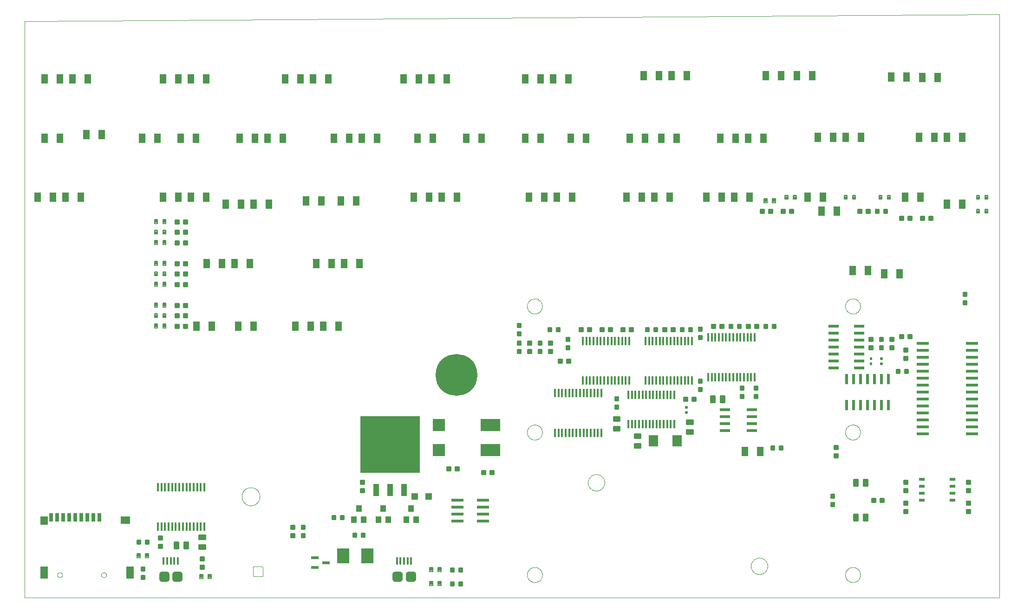
<source format=gtp>
G75*
%MOIN*%
%OFA0B0*%
%FSLAX25Y25*%
%IPPOS*%
%LPD*%
%AMOC8*
5,1,8,0,0,1.08239X$1,22.5*
%
%ADD10C,0.00000*%
%ADD11C,0.30000*%
%ADD12C,0.00875*%
%ADD13R,0.05000X0.05000*%
%ADD14C,0.01000*%
%ADD15C,0.00984*%
%ADD16R,0.08500X0.10799*%
%ADD17C,0.00750*%
%ADD18R,0.05000X0.07000*%
%ADD19C,0.00100*%
%ADD20R,0.02756X0.06299*%
%ADD21R,0.05512X0.06299*%
%ADD22R,0.05512X0.08661*%
%ADD23R,0.07087X0.05512*%
%ADD24R,0.04000X0.04500*%
%ADD25R,0.14000X0.08600*%
%ADD26R,0.09000X0.08600*%
%ADD27R,0.02200X0.07800*%
%ADD28R,0.07800X0.02200*%
%ADD29R,0.42520X0.40984*%
%ADD30R,0.04200X0.08500*%
%ADD31R,0.01378X0.05906*%
%ADD32R,0.09000X0.02200*%
%ADD33R,0.05200X0.02200*%
%ADD34R,0.07800X0.02100*%
%ADD35R,0.01575X0.05906*%
%ADD36R,0.08600X0.02200*%
%ADD37C,0.00059*%
%ADD38C,0.03740*%
%ADD39R,0.01575X0.05315*%
%ADD40R,0.07000X0.08000*%
D10*
X0001000Y0008593D02*
X0001000Y0422293D01*
X0700921Y0427293D01*
X0700921Y0008593D01*
X0001000Y0008593D01*
X0024740Y0024754D02*
X0024742Y0024838D01*
X0024748Y0024921D01*
X0024758Y0025004D01*
X0024772Y0025087D01*
X0024789Y0025169D01*
X0024811Y0025250D01*
X0024836Y0025329D01*
X0024865Y0025408D01*
X0024898Y0025485D01*
X0024934Y0025560D01*
X0024974Y0025634D01*
X0025017Y0025706D01*
X0025064Y0025775D01*
X0025114Y0025842D01*
X0025167Y0025907D01*
X0025223Y0025969D01*
X0025281Y0026029D01*
X0025343Y0026086D01*
X0025407Y0026139D01*
X0025474Y0026190D01*
X0025543Y0026237D01*
X0025614Y0026282D01*
X0025687Y0026322D01*
X0025762Y0026359D01*
X0025839Y0026393D01*
X0025917Y0026423D01*
X0025996Y0026449D01*
X0026077Y0026472D01*
X0026159Y0026490D01*
X0026241Y0026505D01*
X0026324Y0026516D01*
X0026407Y0026523D01*
X0026491Y0026526D01*
X0026575Y0026525D01*
X0026658Y0026520D01*
X0026742Y0026511D01*
X0026824Y0026498D01*
X0026906Y0026482D01*
X0026987Y0026461D01*
X0027068Y0026437D01*
X0027146Y0026409D01*
X0027224Y0026377D01*
X0027300Y0026341D01*
X0027374Y0026302D01*
X0027446Y0026260D01*
X0027516Y0026214D01*
X0027584Y0026165D01*
X0027649Y0026113D01*
X0027712Y0026058D01*
X0027772Y0026000D01*
X0027830Y0025939D01*
X0027884Y0025875D01*
X0027936Y0025809D01*
X0027984Y0025741D01*
X0028029Y0025670D01*
X0028070Y0025597D01*
X0028109Y0025523D01*
X0028143Y0025447D01*
X0028174Y0025369D01*
X0028201Y0025290D01*
X0028225Y0025209D01*
X0028244Y0025128D01*
X0028260Y0025046D01*
X0028272Y0024963D01*
X0028280Y0024879D01*
X0028284Y0024796D01*
X0028284Y0024712D01*
X0028280Y0024629D01*
X0028272Y0024545D01*
X0028260Y0024462D01*
X0028244Y0024380D01*
X0028225Y0024299D01*
X0028201Y0024218D01*
X0028174Y0024139D01*
X0028143Y0024061D01*
X0028109Y0023985D01*
X0028070Y0023911D01*
X0028029Y0023838D01*
X0027984Y0023767D01*
X0027936Y0023699D01*
X0027884Y0023633D01*
X0027830Y0023569D01*
X0027772Y0023508D01*
X0027712Y0023450D01*
X0027649Y0023395D01*
X0027584Y0023343D01*
X0027516Y0023294D01*
X0027446Y0023248D01*
X0027374Y0023206D01*
X0027300Y0023167D01*
X0027224Y0023131D01*
X0027146Y0023099D01*
X0027068Y0023071D01*
X0026987Y0023047D01*
X0026906Y0023026D01*
X0026824Y0023010D01*
X0026742Y0022997D01*
X0026658Y0022988D01*
X0026575Y0022983D01*
X0026491Y0022982D01*
X0026407Y0022985D01*
X0026324Y0022992D01*
X0026241Y0023003D01*
X0026159Y0023018D01*
X0026077Y0023036D01*
X0025996Y0023059D01*
X0025917Y0023085D01*
X0025839Y0023115D01*
X0025762Y0023149D01*
X0025687Y0023186D01*
X0025614Y0023226D01*
X0025543Y0023271D01*
X0025474Y0023318D01*
X0025407Y0023369D01*
X0025343Y0023422D01*
X0025281Y0023479D01*
X0025223Y0023539D01*
X0025167Y0023601D01*
X0025114Y0023666D01*
X0025064Y0023733D01*
X0025017Y0023802D01*
X0024974Y0023874D01*
X0024934Y0023948D01*
X0024898Y0024023D01*
X0024865Y0024100D01*
X0024836Y0024179D01*
X0024811Y0024258D01*
X0024789Y0024339D01*
X0024772Y0024421D01*
X0024758Y0024504D01*
X0024748Y0024587D01*
X0024742Y0024670D01*
X0024740Y0024754D01*
X0056236Y0024754D02*
X0056238Y0024838D01*
X0056244Y0024921D01*
X0056254Y0025004D01*
X0056268Y0025087D01*
X0056285Y0025169D01*
X0056307Y0025250D01*
X0056332Y0025329D01*
X0056361Y0025408D01*
X0056394Y0025485D01*
X0056430Y0025560D01*
X0056470Y0025634D01*
X0056513Y0025706D01*
X0056560Y0025775D01*
X0056610Y0025842D01*
X0056663Y0025907D01*
X0056719Y0025969D01*
X0056777Y0026029D01*
X0056839Y0026086D01*
X0056903Y0026139D01*
X0056970Y0026190D01*
X0057039Y0026237D01*
X0057110Y0026282D01*
X0057183Y0026322D01*
X0057258Y0026359D01*
X0057335Y0026393D01*
X0057413Y0026423D01*
X0057492Y0026449D01*
X0057573Y0026472D01*
X0057655Y0026490D01*
X0057737Y0026505D01*
X0057820Y0026516D01*
X0057903Y0026523D01*
X0057987Y0026526D01*
X0058071Y0026525D01*
X0058154Y0026520D01*
X0058238Y0026511D01*
X0058320Y0026498D01*
X0058402Y0026482D01*
X0058483Y0026461D01*
X0058564Y0026437D01*
X0058642Y0026409D01*
X0058720Y0026377D01*
X0058796Y0026341D01*
X0058870Y0026302D01*
X0058942Y0026260D01*
X0059012Y0026214D01*
X0059080Y0026165D01*
X0059145Y0026113D01*
X0059208Y0026058D01*
X0059268Y0026000D01*
X0059326Y0025939D01*
X0059380Y0025875D01*
X0059432Y0025809D01*
X0059480Y0025741D01*
X0059525Y0025670D01*
X0059566Y0025597D01*
X0059605Y0025523D01*
X0059639Y0025447D01*
X0059670Y0025369D01*
X0059697Y0025290D01*
X0059721Y0025209D01*
X0059740Y0025128D01*
X0059756Y0025046D01*
X0059768Y0024963D01*
X0059776Y0024879D01*
X0059780Y0024796D01*
X0059780Y0024712D01*
X0059776Y0024629D01*
X0059768Y0024545D01*
X0059756Y0024462D01*
X0059740Y0024380D01*
X0059721Y0024299D01*
X0059697Y0024218D01*
X0059670Y0024139D01*
X0059639Y0024061D01*
X0059605Y0023985D01*
X0059566Y0023911D01*
X0059525Y0023838D01*
X0059480Y0023767D01*
X0059432Y0023699D01*
X0059380Y0023633D01*
X0059326Y0023569D01*
X0059268Y0023508D01*
X0059208Y0023450D01*
X0059145Y0023395D01*
X0059080Y0023343D01*
X0059012Y0023294D01*
X0058942Y0023248D01*
X0058870Y0023206D01*
X0058796Y0023167D01*
X0058720Y0023131D01*
X0058642Y0023099D01*
X0058564Y0023071D01*
X0058483Y0023047D01*
X0058402Y0023026D01*
X0058320Y0023010D01*
X0058238Y0022997D01*
X0058154Y0022988D01*
X0058071Y0022983D01*
X0057987Y0022982D01*
X0057903Y0022985D01*
X0057820Y0022992D01*
X0057737Y0023003D01*
X0057655Y0023018D01*
X0057573Y0023036D01*
X0057492Y0023059D01*
X0057413Y0023085D01*
X0057335Y0023115D01*
X0057258Y0023149D01*
X0057183Y0023186D01*
X0057110Y0023226D01*
X0057039Y0023271D01*
X0056970Y0023318D01*
X0056903Y0023369D01*
X0056839Y0023422D01*
X0056777Y0023479D01*
X0056719Y0023539D01*
X0056663Y0023601D01*
X0056610Y0023666D01*
X0056560Y0023733D01*
X0056513Y0023802D01*
X0056470Y0023874D01*
X0056430Y0023948D01*
X0056394Y0024023D01*
X0056361Y0024100D01*
X0056332Y0024179D01*
X0056307Y0024258D01*
X0056285Y0024339D01*
X0056268Y0024421D01*
X0056254Y0024504D01*
X0056244Y0024587D01*
X0056238Y0024670D01*
X0056236Y0024754D01*
X0157000Y0081093D02*
X0157002Y0081254D01*
X0157008Y0081414D01*
X0157018Y0081575D01*
X0157032Y0081735D01*
X0157050Y0081895D01*
X0157071Y0082054D01*
X0157097Y0082213D01*
X0157127Y0082371D01*
X0157160Y0082528D01*
X0157198Y0082685D01*
X0157239Y0082840D01*
X0157284Y0082994D01*
X0157333Y0083147D01*
X0157386Y0083299D01*
X0157442Y0083450D01*
X0157503Y0083599D01*
X0157566Y0083747D01*
X0157634Y0083893D01*
X0157705Y0084037D01*
X0157779Y0084179D01*
X0157857Y0084320D01*
X0157939Y0084458D01*
X0158024Y0084595D01*
X0158112Y0084729D01*
X0158204Y0084861D01*
X0158299Y0084991D01*
X0158397Y0085119D01*
X0158498Y0085244D01*
X0158602Y0085366D01*
X0158709Y0085486D01*
X0158819Y0085603D01*
X0158932Y0085718D01*
X0159048Y0085829D01*
X0159167Y0085938D01*
X0159288Y0086043D01*
X0159412Y0086146D01*
X0159538Y0086246D01*
X0159666Y0086342D01*
X0159797Y0086435D01*
X0159931Y0086525D01*
X0160066Y0086612D01*
X0160204Y0086695D01*
X0160343Y0086775D01*
X0160485Y0086851D01*
X0160628Y0086924D01*
X0160773Y0086993D01*
X0160920Y0087059D01*
X0161068Y0087121D01*
X0161218Y0087179D01*
X0161369Y0087234D01*
X0161522Y0087285D01*
X0161676Y0087332D01*
X0161831Y0087375D01*
X0161987Y0087414D01*
X0162143Y0087450D01*
X0162301Y0087481D01*
X0162459Y0087509D01*
X0162618Y0087533D01*
X0162778Y0087553D01*
X0162938Y0087569D01*
X0163098Y0087581D01*
X0163259Y0087589D01*
X0163420Y0087593D01*
X0163580Y0087593D01*
X0163741Y0087589D01*
X0163902Y0087581D01*
X0164062Y0087569D01*
X0164222Y0087553D01*
X0164382Y0087533D01*
X0164541Y0087509D01*
X0164699Y0087481D01*
X0164857Y0087450D01*
X0165013Y0087414D01*
X0165169Y0087375D01*
X0165324Y0087332D01*
X0165478Y0087285D01*
X0165631Y0087234D01*
X0165782Y0087179D01*
X0165932Y0087121D01*
X0166080Y0087059D01*
X0166227Y0086993D01*
X0166372Y0086924D01*
X0166515Y0086851D01*
X0166657Y0086775D01*
X0166796Y0086695D01*
X0166934Y0086612D01*
X0167069Y0086525D01*
X0167203Y0086435D01*
X0167334Y0086342D01*
X0167462Y0086246D01*
X0167588Y0086146D01*
X0167712Y0086043D01*
X0167833Y0085938D01*
X0167952Y0085829D01*
X0168068Y0085718D01*
X0168181Y0085603D01*
X0168291Y0085486D01*
X0168398Y0085366D01*
X0168502Y0085244D01*
X0168603Y0085119D01*
X0168701Y0084991D01*
X0168796Y0084861D01*
X0168888Y0084729D01*
X0168976Y0084595D01*
X0169061Y0084458D01*
X0169143Y0084320D01*
X0169221Y0084179D01*
X0169295Y0084037D01*
X0169366Y0083893D01*
X0169434Y0083747D01*
X0169497Y0083599D01*
X0169558Y0083450D01*
X0169614Y0083299D01*
X0169667Y0083147D01*
X0169716Y0082994D01*
X0169761Y0082840D01*
X0169802Y0082685D01*
X0169840Y0082528D01*
X0169873Y0082371D01*
X0169903Y0082213D01*
X0169929Y0082054D01*
X0169950Y0081895D01*
X0169968Y0081735D01*
X0169982Y0081575D01*
X0169992Y0081414D01*
X0169998Y0081254D01*
X0170000Y0081093D01*
X0169998Y0080932D01*
X0169992Y0080772D01*
X0169982Y0080611D01*
X0169968Y0080451D01*
X0169950Y0080291D01*
X0169929Y0080132D01*
X0169903Y0079973D01*
X0169873Y0079815D01*
X0169840Y0079658D01*
X0169802Y0079501D01*
X0169761Y0079346D01*
X0169716Y0079192D01*
X0169667Y0079039D01*
X0169614Y0078887D01*
X0169558Y0078736D01*
X0169497Y0078587D01*
X0169434Y0078439D01*
X0169366Y0078293D01*
X0169295Y0078149D01*
X0169221Y0078007D01*
X0169143Y0077866D01*
X0169061Y0077728D01*
X0168976Y0077591D01*
X0168888Y0077457D01*
X0168796Y0077325D01*
X0168701Y0077195D01*
X0168603Y0077067D01*
X0168502Y0076942D01*
X0168398Y0076820D01*
X0168291Y0076700D01*
X0168181Y0076583D01*
X0168068Y0076468D01*
X0167952Y0076357D01*
X0167833Y0076248D01*
X0167712Y0076143D01*
X0167588Y0076040D01*
X0167462Y0075940D01*
X0167334Y0075844D01*
X0167203Y0075751D01*
X0167069Y0075661D01*
X0166934Y0075574D01*
X0166796Y0075491D01*
X0166657Y0075411D01*
X0166515Y0075335D01*
X0166372Y0075262D01*
X0166227Y0075193D01*
X0166080Y0075127D01*
X0165932Y0075065D01*
X0165782Y0075007D01*
X0165631Y0074952D01*
X0165478Y0074901D01*
X0165324Y0074854D01*
X0165169Y0074811D01*
X0165013Y0074772D01*
X0164857Y0074736D01*
X0164699Y0074705D01*
X0164541Y0074677D01*
X0164382Y0074653D01*
X0164222Y0074633D01*
X0164062Y0074617D01*
X0163902Y0074605D01*
X0163741Y0074597D01*
X0163580Y0074593D01*
X0163420Y0074593D01*
X0163259Y0074597D01*
X0163098Y0074605D01*
X0162938Y0074617D01*
X0162778Y0074633D01*
X0162618Y0074653D01*
X0162459Y0074677D01*
X0162301Y0074705D01*
X0162143Y0074736D01*
X0161987Y0074772D01*
X0161831Y0074811D01*
X0161676Y0074854D01*
X0161522Y0074901D01*
X0161369Y0074952D01*
X0161218Y0075007D01*
X0161068Y0075065D01*
X0160920Y0075127D01*
X0160773Y0075193D01*
X0160628Y0075262D01*
X0160485Y0075335D01*
X0160343Y0075411D01*
X0160204Y0075491D01*
X0160066Y0075574D01*
X0159931Y0075661D01*
X0159797Y0075751D01*
X0159666Y0075844D01*
X0159538Y0075940D01*
X0159412Y0076040D01*
X0159288Y0076143D01*
X0159167Y0076248D01*
X0159048Y0076357D01*
X0158932Y0076468D01*
X0158819Y0076583D01*
X0158709Y0076700D01*
X0158602Y0076820D01*
X0158498Y0076942D01*
X0158397Y0077067D01*
X0158299Y0077195D01*
X0158204Y0077325D01*
X0158112Y0077457D01*
X0158024Y0077591D01*
X0157939Y0077728D01*
X0157857Y0077866D01*
X0157779Y0078007D01*
X0157705Y0078149D01*
X0157634Y0078293D01*
X0157566Y0078439D01*
X0157503Y0078587D01*
X0157442Y0078736D01*
X0157386Y0078887D01*
X0157333Y0079039D01*
X0157284Y0079192D01*
X0157239Y0079346D01*
X0157198Y0079501D01*
X0157160Y0079658D01*
X0157127Y0079815D01*
X0157097Y0079973D01*
X0157071Y0080132D01*
X0157050Y0080291D01*
X0157032Y0080451D01*
X0157018Y0080611D01*
X0157008Y0080772D01*
X0157002Y0080932D01*
X0157000Y0081093D01*
X0361867Y0127234D02*
X0361869Y0127381D01*
X0361875Y0127527D01*
X0361885Y0127673D01*
X0361899Y0127819D01*
X0361917Y0127965D01*
X0361938Y0128110D01*
X0361964Y0128254D01*
X0361994Y0128398D01*
X0362027Y0128540D01*
X0362064Y0128682D01*
X0362105Y0128823D01*
X0362150Y0128962D01*
X0362199Y0129101D01*
X0362251Y0129238D01*
X0362308Y0129373D01*
X0362367Y0129507D01*
X0362431Y0129639D01*
X0362498Y0129769D01*
X0362568Y0129898D01*
X0362642Y0130025D01*
X0362719Y0130149D01*
X0362800Y0130272D01*
X0362884Y0130392D01*
X0362971Y0130510D01*
X0363061Y0130625D01*
X0363154Y0130738D01*
X0363251Y0130849D01*
X0363350Y0130957D01*
X0363452Y0131062D01*
X0363557Y0131164D01*
X0363665Y0131263D01*
X0363776Y0131360D01*
X0363889Y0131453D01*
X0364004Y0131543D01*
X0364122Y0131630D01*
X0364242Y0131714D01*
X0364365Y0131795D01*
X0364489Y0131872D01*
X0364616Y0131946D01*
X0364745Y0132016D01*
X0364875Y0132083D01*
X0365007Y0132147D01*
X0365141Y0132206D01*
X0365276Y0132263D01*
X0365413Y0132315D01*
X0365552Y0132364D01*
X0365691Y0132409D01*
X0365832Y0132450D01*
X0365974Y0132487D01*
X0366116Y0132520D01*
X0366260Y0132550D01*
X0366404Y0132576D01*
X0366549Y0132597D01*
X0366695Y0132615D01*
X0366841Y0132629D01*
X0366987Y0132639D01*
X0367133Y0132645D01*
X0367280Y0132647D01*
X0367427Y0132645D01*
X0367573Y0132639D01*
X0367719Y0132629D01*
X0367865Y0132615D01*
X0368011Y0132597D01*
X0368156Y0132576D01*
X0368300Y0132550D01*
X0368444Y0132520D01*
X0368586Y0132487D01*
X0368728Y0132450D01*
X0368869Y0132409D01*
X0369008Y0132364D01*
X0369147Y0132315D01*
X0369284Y0132263D01*
X0369419Y0132206D01*
X0369553Y0132147D01*
X0369685Y0132083D01*
X0369815Y0132016D01*
X0369944Y0131946D01*
X0370071Y0131872D01*
X0370195Y0131795D01*
X0370318Y0131714D01*
X0370438Y0131630D01*
X0370556Y0131543D01*
X0370671Y0131453D01*
X0370784Y0131360D01*
X0370895Y0131263D01*
X0371003Y0131164D01*
X0371108Y0131062D01*
X0371210Y0130957D01*
X0371309Y0130849D01*
X0371406Y0130738D01*
X0371499Y0130625D01*
X0371589Y0130510D01*
X0371676Y0130392D01*
X0371760Y0130272D01*
X0371841Y0130149D01*
X0371918Y0130025D01*
X0371992Y0129898D01*
X0372062Y0129769D01*
X0372129Y0129639D01*
X0372193Y0129507D01*
X0372252Y0129373D01*
X0372309Y0129238D01*
X0372361Y0129101D01*
X0372410Y0128962D01*
X0372455Y0128823D01*
X0372496Y0128682D01*
X0372533Y0128540D01*
X0372566Y0128398D01*
X0372596Y0128254D01*
X0372622Y0128110D01*
X0372643Y0127965D01*
X0372661Y0127819D01*
X0372675Y0127673D01*
X0372685Y0127527D01*
X0372691Y0127381D01*
X0372693Y0127234D01*
X0372691Y0127087D01*
X0372685Y0126941D01*
X0372675Y0126795D01*
X0372661Y0126649D01*
X0372643Y0126503D01*
X0372622Y0126358D01*
X0372596Y0126214D01*
X0372566Y0126070D01*
X0372533Y0125928D01*
X0372496Y0125786D01*
X0372455Y0125645D01*
X0372410Y0125506D01*
X0372361Y0125367D01*
X0372309Y0125230D01*
X0372252Y0125095D01*
X0372193Y0124961D01*
X0372129Y0124829D01*
X0372062Y0124699D01*
X0371992Y0124570D01*
X0371918Y0124443D01*
X0371841Y0124319D01*
X0371760Y0124196D01*
X0371676Y0124076D01*
X0371589Y0123958D01*
X0371499Y0123843D01*
X0371406Y0123730D01*
X0371309Y0123619D01*
X0371210Y0123511D01*
X0371108Y0123406D01*
X0371003Y0123304D01*
X0370895Y0123205D01*
X0370784Y0123108D01*
X0370671Y0123015D01*
X0370556Y0122925D01*
X0370438Y0122838D01*
X0370318Y0122754D01*
X0370195Y0122673D01*
X0370071Y0122596D01*
X0369944Y0122522D01*
X0369815Y0122452D01*
X0369685Y0122385D01*
X0369553Y0122321D01*
X0369419Y0122262D01*
X0369284Y0122205D01*
X0369147Y0122153D01*
X0369008Y0122104D01*
X0368869Y0122059D01*
X0368728Y0122018D01*
X0368586Y0121981D01*
X0368444Y0121948D01*
X0368300Y0121918D01*
X0368156Y0121892D01*
X0368011Y0121871D01*
X0367865Y0121853D01*
X0367719Y0121839D01*
X0367573Y0121829D01*
X0367427Y0121823D01*
X0367280Y0121821D01*
X0367133Y0121823D01*
X0366987Y0121829D01*
X0366841Y0121839D01*
X0366695Y0121853D01*
X0366549Y0121871D01*
X0366404Y0121892D01*
X0366260Y0121918D01*
X0366116Y0121948D01*
X0365974Y0121981D01*
X0365832Y0122018D01*
X0365691Y0122059D01*
X0365552Y0122104D01*
X0365413Y0122153D01*
X0365276Y0122205D01*
X0365141Y0122262D01*
X0365007Y0122321D01*
X0364875Y0122385D01*
X0364745Y0122452D01*
X0364616Y0122522D01*
X0364489Y0122596D01*
X0364365Y0122673D01*
X0364242Y0122754D01*
X0364122Y0122838D01*
X0364004Y0122925D01*
X0363889Y0123015D01*
X0363776Y0123108D01*
X0363665Y0123205D01*
X0363557Y0123304D01*
X0363452Y0123406D01*
X0363350Y0123511D01*
X0363251Y0123619D01*
X0363154Y0123730D01*
X0363061Y0123843D01*
X0362971Y0123958D01*
X0362884Y0124076D01*
X0362800Y0124196D01*
X0362719Y0124319D01*
X0362642Y0124443D01*
X0362568Y0124570D01*
X0362498Y0124699D01*
X0362431Y0124829D01*
X0362367Y0124961D01*
X0362308Y0125095D01*
X0362251Y0125230D01*
X0362199Y0125367D01*
X0362150Y0125506D01*
X0362105Y0125645D01*
X0362064Y0125786D01*
X0362027Y0125928D01*
X0361994Y0126070D01*
X0361964Y0126214D01*
X0361938Y0126358D01*
X0361917Y0126503D01*
X0361899Y0126649D01*
X0361885Y0126795D01*
X0361875Y0126941D01*
X0361869Y0127087D01*
X0361867Y0127234D01*
X0405594Y0091093D02*
X0405596Y0091246D01*
X0405602Y0091400D01*
X0405612Y0091553D01*
X0405626Y0091705D01*
X0405644Y0091858D01*
X0405666Y0092009D01*
X0405691Y0092160D01*
X0405721Y0092311D01*
X0405755Y0092461D01*
X0405792Y0092609D01*
X0405833Y0092757D01*
X0405878Y0092903D01*
X0405927Y0093049D01*
X0405980Y0093193D01*
X0406036Y0093335D01*
X0406096Y0093476D01*
X0406160Y0093616D01*
X0406227Y0093754D01*
X0406298Y0093890D01*
X0406373Y0094024D01*
X0406450Y0094156D01*
X0406532Y0094286D01*
X0406616Y0094414D01*
X0406704Y0094540D01*
X0406795Y0094663D01*
X0406889Y0094784D01*
X0406987Y0094902D01*
X0407087Y0095018D01*
X0407191Y0095131D01*
X0407297Y0095242D01*
X0407406Y0095350D01*
X0407518Y0095455D01*
X0407632Y0095556D01*
X0407750Y0095655D01*
X0407869Y0095751D01*
X0407991Y0095844D01*
X0408116Y0095933D01*
X0408243Y0096020D01*
X0408372Y0096102D01*
X0408503Y0096182D01*
X0408636Y0096258D01*
X0408771Y0096331D01*
X0408908Y0096400D01*
X0409047Y0096465D01*
X0409187Y0096527D01*
X0409329Y0096585D01*
X0409472Y0096640D01*
X0409617Y0096691D01*
X0409763Y0096738D01*
X0409910Y0096781D01*
X0410058Y0096820D01*
X0410207Y0096856D01*
X0410357Y0096887D01*
X0410508Y0096915D01*
X0410659Y0096939D01*
X0410812Y0096959D01*
X0410964Y0096975D01*
X0411117Y0096987D01*
X0411270Y0096995D01*
X0411423Y0096999D01*
X0411577Y0096999D01*
X0411730Y0096995D01*
X0411883Y0096987D01*
X0412036Y0096975D01*
X0412188Y0096959D01*
X0412341Y0096939D01*
X0412492Y0096915D01*
X0412643Y0096887D01*
X0412793Y0096856D01*
X0412942Y0096820D01*
X0413090Y0096781D01*
X0413237Y0096738D01*
X0413383Y0096691D01*
X0413528Y0096640D01*
X0413671Y0096585D01*
X0413813Y0096527D01*
X0413953Y0096465D01*
X0414092Y0096400D01*
X0414229Y0096331D01*
X0414364Y0096258D01*
X0414497Y0096182D01*
X0414628Y0096102D01*
X0414757Y0096020D01*
X0414884Y0095933D01*
X0415009Y0095844D01*
X0415131Y0095751D01*
X0415250Y0095655D01*
X0415368Y0095556D01*
X0415482Y0095455D01*
X0415594Y0095350D01*
X0415703Y0095242D01*
X0415809Y0095131D01*
X0415913Y0095018D01*
X0416013Y0094902D01*
X0416111Y0094784D01*
X0416205Y0094663D01*
X0416296Y0094540D01*
X0416384Y0094414D01*
X0416468Y0094286D01*
X0416550Y0094156D01*
X0416627Y0094024D01*
X0416702Y0093890D01*
X0416773Y0093754D01*
X0416840Y0093616D01*
X0416904Y0093476D01*
X0416964Y0093335D01*
X0417020Y0093193D01*
X0417073Y0093049D01*
X0417122Y0092903D01*
X0417167Y0092757D01*
X0417208Y0092609D01*
X0417245Y0092461D01*
X0417279Y0092311D01*
X0417309Y0092160D01*
X0417334Y0092009D01*
X0417356Y0091858D01*
X0417374Y0091705D01*
X0417388Y0091553D01*
X0417398Y0091400D01*
X0417404Y0091246D01*
X0417406Y0091093D01*
X0417404Y0090940D01*
X0417398Y0090786D01*
X0417388Y0090633D01*
X0417374Y0090481D01*
X0417356Y0090328D01*
X0417334Y0090177D01*
X0417309Y0090026D01*
X0417279Y0089875D01*
X0417245Y0089725D01*
X0417208Y0089577D01*
X0417167Y0089429D01*
X0417122Y0089283D01*
X0417073Y0089137D01*
X0417020Y0088993D01*
X0416964Y0088851D01*
X0416904Y0088710D01*
X0416840Y0088570D01*
X0416773Y0088432D01*
X0416702Y0088296D01*
X0416627Y0088162D01*
X0416550Y0088030D01*
X0416468Y0087900D01*
X0416384Y0087772D01*
X0416296Y0087646D01*
X0416205Y0087523D01*
X0416111Y0087402D01*
X0416013Y0087284D01*
X0415913Y0087168D01*
X0415809Y0087055D01*
X0415703Y0086944D01*
X0415594Y0086836D01*
X0415482Y0086731D01*
X0415368Y0086630D01*
X0415250Y0086531D01*
X0415131Y0086435D01*
X0415009Y0086342D01*
X0414884Y0086253D01*
X0414757Y0086166D01*
X0414628Y0086084D01*
X0414497Y0086004D01*
X0414364Y0085928D01*
X0414229Y0085855D01*
X0414092Y0085786D01*
X0413953Y0085721D01*
X0413813Y0085659D01*
X0413671Y0085601D01*
X0413528Y0085546D01*
X0413383Y0085495D01*
X0413237Y0085448D01*
X0413090Y0085405D01*
X0412942Y0085366D01*
X0412793Y0085330D01*
X0412643Y0085299D01*
X0412492Y0085271D01*
X0412341Y0085247D01*
X0412188Y0085227D01*
X0412036Y0085211D01*
X0411883Y0085199D01*
X0411730Y0085191D01*
X0411577Y0085187D01*
X0411423Y0085187D01*
X0411270Y0085191D01*
X0411117Y0085199D01*
X0410964Y0085211D01*
X0410812Y0085227D01*
X0410659Y0085247D01*
X0410508Y0085271D01*
X0410357Y0085299D01*
X0410207Y0085330D01*
X0410058Y0085366D01*
X0409910Y0085405D01*
X0409763Y0085448D01*
X0409617Y0085495D01*
X0409472Y0085546D01*
X0409329Y0085601D01*
X0409187Y0085659D01*
X0409047Y0085721D01*
X0408908Y0085786D01*
X0408771Y0085855D01*
X0408636Y0085928D01*
X0408503Y0086004D01*
X0408372Y0086084D01*
X0408243Y0086166D01*
X0408116Y0086253D01*
X0407991Y0086342D01*
X0407869Y0086435D01*
X0407750Y0086531D01*
X0407632Y0086630D01*
X0407518Y0086731D01*
X0407406Y0086836D01*
X0407297Y0086944D01*
X0407191Y0087055D01*
X0407087Y0087168D01*
X0406987Y0087284D01*
X0406889Y0087402D01*
X0406795Y0087523D01*
X0406704Y0087646D01*
X0406616Y0087772D01*
X0406532Y0087900D01*
X0406450Y0088030D01*
X0406373Y0088162D01*
X0406298Y0088296D01*
X0406227Y0088432D01*
X0406160Y0088570D01*
X0406096Y0088710D01*
X0406036Y0088851D01*
X0405980Y0088993D01*
X0405927Y0089137D01*
X0405878Y0089283D01*
X0405833Y0089429D01*
X0405792Y0089577D01*
X0405755Y0089725D01*
X0405721Y0089875D01*
X0405691Y0090026D01*
X0405666Y0090177D01*
X0405644Y0090328D01*
X0405626Y0090481D01*
X0405612Y0090633D01*
X0405602Y0090786D01*
X0405596Y0090940D01*
X0405594Y0091093D01*
X0361867Y0024872D02*
X0361869Y0025019D01*
X0361875Y0025165D01*
X0361885Y0025311D01*
X0361899Y0025457D01*
X0361917Y0025603D01*
X0361938Y0025748D01*
X0361964Y0025892D01*
X0361994Y0026036D01*
X0362027Y0026178D01*
X0362064Y0026320D01*
X0362105Y0026461D01*
X0362150Y0026600D01*
X0362199Y0026739D01*
X0362251Y0026876D01*
X0362308Y0027011D01*
X0362367Y0027145D01*
X0362431Y0027277D01*
X0362498Y0027407D01*
X0362568Y0027536D01*
X0362642Y0027663D01*
X0362719Y0027787D01*
X0362800Y0027910D01*
X0362884Y0028030D01*
X0362971Y0028148D01*
X0363061Y0028263D01*
X0363154Y0028376D01*
X0363251Y0028487D01*
X0363350Y0028595D01*
X0363452Y0028700D01*
X0363557Y0028802D01*
X0363665Y0028901D01*
X0363776Y0028998D01*
X0363889Y0029091D01*
X0364004Y0029181D01*
X0364122Y0029268D01*
X0364242Y0029352D01*
X0364365Y0029433D01*
X0364489Y0029510D01*
X0364616Y0029584D01*
X0364745Y0029654D01*
X0364875Y0029721D01*
X0365007Y0029785D01*
X0365141Y0029844D01*
X0365276Y0029901D01*
X0365413Y0029953D01*
X0365552Y0030002D01*
X0365691Y0030047D01*
X0365832Y0030088D01*
X0365974Y0030125D01*
X0366116Y0030158D01*
X0366260Y0030188D01*
X0366404Y0030214D01*
X0366549Y0030235D01*
X0366695Y0030253D01*
X0366841Y0030267D01*
X0366987Y0030277D01*
X0367133Y0030283D01*
X0367280Y0030285D01*
X0367427Y0030283D01*
X0367573Y0030277D01*
X0367719Y0030267D01*
X0367865Y0030253D01*
X0368011Y0030235D01*
X0368156Y0030214D01*
X0368300Y0030188D01*
X0368444Y0030158D01*
X0368586Y0030125D01*
X0368728Y0030088D01*
X0368869Y0030047D01*
X0369008Y0030002D01*
X0369147Y0029953D01*
X0369284Y0029901D01*
X0369419Y0029844D01*
X0369553Y0029785D01*
X0369685Y0029721D01*
X0369815Y0029654D01*
X0369944Y0029584D01*
X0370071Y0029510D01*
X0370195Y0029433D01*
X0370318Y0029352D01*
X0370438Y0029268D01*
X0370556Y0029181D01*
X0370671Y0029091D01*
X0370784Y0028998D01*
X0370895Y0028901D01*
X0371003Y0028802D01*
X0371108Y0028700D01*
X0371210Y0028595D01*
X0371309Y0028487D01*
X0371406Y0028376D01*
X0371499Y0028263D01*
X0371589Y0028148D01*
X0371676Y0028030D01*
X0371760Y0027910D01*
X0371841Y0027787D01*
X0371918Y0027663D01*
X0371992Y0027536D01*
X0372062Y0027407D01*
X0372129Y0027277D01*
X0372193Y0027145D01*
X0372252Y0027011D01*
X0372309Y0026876D01*
X0372361Y0026739D01*
X0372410Y0026600D01*
X0372455Y0026461D01*
X0372496Y0026320D01*
X0372533Y0026178D01*
X0372566Y0026036D01*
X0372596Y0025892D01*
X0372622Y0025748D01*
X0372643Y0025603D01*
X0372661Y0025457D01*
X0372675Y0025311D01*
X0372685Y0025165D01*
X0372691Y0025019D01*
X0372693Y0024872D01*
X0372691Y0024725D01*
X0372685Y0024579D01*
X0372675Y0024433D01*
X0372661Y0024287D01*
X0372643Y0024141D01*
X0372622Y0023996D01*
X0372596Y0023852D01*
X0372566Y0023708D01*
X0372533Y0023566D01*
X0372496Y0023424D01*
X0372455Y0023283D01*
X0372410Y0023144D01*
X0372361Y0023005D01*
X0372309Y0022868D01*
X0372252Y0022733D01*
X0372193Y0022599D01*
X0372129Y0022467D01*
X0372062Y0022337D01*
X0371992Y0022208D01*
X0371918Y0022081D01*
X0371841Y0021957D01*
X0371760Y0021834D01*
X0371676Y0021714D01*
X0371589Y0021596D01*
X0371499Y0021481D01*
X0371406Y0021368D01*
X0371309Y0021257D01*
X0371210Y0021149D01*
X0371108Y0021044D01*
X0371003Y0020942D01*
X0370895Y0020843D01*
X0370784Y0020746D01*
X0370671Y0020653D01*
X0370556Y0020563D01*
X0370438Y0020476D01*
X0370318Y0020392D01*
X0370195Y0020311D01*
X0370071Y0020234D01*
X0369944Y0020160D01*
X0369815Y0020090D01*
X0369685Y0020023D01*
X0369553Y0019959D01*
X0369419Y0019900D01*
X0369284Y0019843D01*
X0369147Y0019791D01*
X0369008Y0019742D01*
X0368869Y0019697D01*
X0368728Y0019656D01*
X0368586Y0019619D01*
X0368444Y0019586D01*
X0368300Y0019556D01*
X0368156Y0019530D01*
X0368011Y0019509D01*
X0367865Y0019491D01*
X0367719Y0019477D01*
X0367573Y0019467D01*
X0367427Y0019461D01*
X0367280Y0019459D01*
X0367133Y0019461D01*
X0366987Y0019467D01*
X0366841Y0019477D01*
X0366695Y0019491D01*
X0366549Y0019509D01*
X0366404Y0019530D01*
X0366260Y0019556D01*
X0366116Y0019586D01*
X0365974Y0019619D01*
X0365832Y0019656D01*
X0365691Y0019697D01*
X0365552Y0019742D01*
X0365413Y0019791D01*
X0365276Y0019843D01*
X0365141Y0019900D01*
X0365007Y0019959D01*
X0364875Y0020023D01*
X0364745Y0020090D01*
X0364616Y0020160D01*
X0364489Y0020234D01*
X0364365Y0020311D01*
X0364242Y0020392D01*
X0364122Y0020476D01*
X0364004Y0020563D01*
X0363889Y0020653D01*
X0363776Y0020746D01*
X0363665Y0020843D01*
X0363557Y0020942D01*
X0363452Y0021044D01*
X0363350Y0021149D01*
X0363251Y0021257D01*
X0363154Y0021368D01*
X0363061Y0021481D01*
X0362971Y0021596D01*
X0362884Y0021714D01*
X0362800Y0021834D01*
X0362719Y0021957D01*
X0362642Y0022081D01*
X0362568Y0022208D01*
X0362498Y0022337D01*
X0362431Y0022467D01*
X0362367Y0022599D01*
X0362308Y0022733D01*
X0362251Y0022868D01*
X0362199Y0023005D01*
X0362150Y0023144D01*
X0362105Y0023283D01*
X0362064Y0023424D01*
X0362027Y0023566D01*
X0361994Y0023708D01*
X0361964Y0023852D01*
X0361938Y0023996D01*
X0361917Y0024141D01*
X0361899Y0024287D01*
X0361885Y0024433D01*
X0361875Y0024579D01*
X0361869Y0024725D01*
X0361867Y0024872D01*
X0522594Y0031093D02*
X0522596Y0031246D01*
X0522602Y0031400D01*
X0522612Y0031553D01*
X0522626Y0031705D01*
X0522644Y0031858D01*
X0522666Y0032009D01*
X0522691Y0032160D01*
X0522721Y0032311D01*
X0522755Y0032461D01*
X0522792Y0032609D01*
X0522833Y0032757D01*
X0522878Y0032903D01*
X0522927Y0033049D01*
X0522980Y0033193D01*
X0523036Y0033335D01*
X0523096Y0033476D01*
X0523160Y0033616D01*
X0523227Y0033754D01*
X0523298Y0033890D01*
X0523373Y0034024D01*
X0523450Y0034156D01*
X0523532Y0034286D01*
X0523616Y0034414D01*
X0523704Y0034540D01*
X0523795Y0034663D01*
X0523889Y0034784D01*
X0523987Y0034902D01*
X0524087Y0035018D01*
X0524191Y0035131D01*
X0524297Y0035242D01*
X0524406Y0035350D01*
X0524518Y0035455D01*
X0524632Y0035556D01*
X0524750Y0035655D01*
X0524869Y0035751D01*
X0524991Y0035844D01*
X0525116Y0035933D01*
X0525243Y0036020D01*
X0525372Y0036102D01*
X0525503Y0036182D01*
X0525636Y0036258D01*
X0525771Y0036331D01*
X0525908Y0036400D01*
X0526047Y0036465D01*
X0526187Y0036527D01*
X0526329Y0036585D01*
X0526472Y0036640D01*
X0526617Y0036691D01*
X0526763Y0036738D01*
X0526910Y0036781D01*
X0527058Y0036820D01*
X0527207Y0036856D01*
X0527357Y0036887D01*
X0527508Y0036915D01*
X0527659Y0036939D01*
X0527812Y0036959D01*
X0527964Y0036975D01*
X0528117Y0036987D01*
X0528270Y0036995D01*
X0528423Y0036999D01*
X0528577Y0036999D01*
X0528730Y0036995D01*
X0528883Y0036987D01*
X0529036Y0036975D01*
X0529188Y0036959D01*
X0529341Y0036939D01*
X0529492Y0036915D01*
X0529643Y0036887D01*
X0529793Y0036856D01*
X0529942Y0036820D01*
X0530090Y0036781D01*
X0530237Y0036738D01*
X0530383Y0036691D01*
X0530528Y0036640D01*
X0530671Y0036585D01*
X0530813Y0036527D01*
X0530953Y0036465D01*
X0531092Y0036400D01*
X0531229Y0036331D01*
X0531364Y0036258D01*
X0531497Y0036182D01*
X0531628Y0036102D01*
X0531757Y0036020D01*
X0531884Y0035933D01*
X0532009Y0035844D01*
X0532131Y0035751D01*
X0532250Y0035655D01*
X0532368Y0035556D01*
X0532482Y0035455D01*
X0532594Y0035350D01*
X0532703Y0035242D01*
X0532809Y0035131D01*
X0532913Y0035018D01*
X0533013Y0034902D01*
X0533111Y0034784D01*
X0533205Y0034663D01*
X0533296Y0034540D01*
X0533384Y0034414D01*
X0533468Y0034286D01*
X0533550Y0034156D01*
X0533627Y0034024D01*
X0533702Y0033890D01*
X0533773Y0033754D01*
X0533840Y0033616D01*
X0533904Y0033476D01*
X0533964Y0033335D01*
X0534020Y0033193D01*
X0534073Y0033049D01*
X0534122Y0032903D01*
X0534167Y0032757D01*
X0534208Y0032609D01*
X0534245Y0032461D01*
X0534279Y0032311D01*
X0534309Y0032160D01*
X0534334Y0032009D01*
X0534356Y0031858D01*
X0534374Y0031705D01*
X0534388Y0031553D01*
X0534398Y0031400D01*
X0534404Y0031246D01*
X0534406Y0031093D01*
X0534404Y0030940D01*
X0534398Y0030786D01*
X0534388Y0030633D01*
X0534374Y0030481D01*
X0534356Y0030328D01*
X0534334Y0030177D01*
X0534309Y0030026D01*
X0534279Y0029875D01*
X0534245Y0029725D01*
X0534208Y0029577D01*
X0534167Y0029429D01*
X0534122Y0029283D01*
X0534073Y0029137D01*
X0534020Y0028993D01*
X0533964Y0028851D01*
X0533904Y0028710D01*
X0533840Y0028570D01*
X0533773Y0028432D01*
X0533702Y0028296D01*
X0533627Y0028162D01*
X0533550Y0028030D01*
X0533468Y0027900D01*
X0533384Y0027772D01*
X0533296Y0027646D01*
X0533205Y0027523D01*
X0533111Y0027402D01*
X0533013Y0027284D01*
X0532913Y0027168D01*
X0532809Y0027055D01*
X0532703Y0026944D01*
X0532594Y0026836D01*
X0532482Y0026731D01*
X0532368Y0026630D01*
X0532250Y0026531D01*
X0532131Y0026435D01*
X0532009Y0026342D01*
X0531884Y0026253D01*
X0531757Y0026166D01*
X0531628Y0026084D01*
X0531497Y0026004D01*
X0531364Y0025928D01*
X0531229Y0025855D01*
X0531092Y0025786D01*
X0530953Y0025721D01*
X0530813Y0025659D01*
X0530671Y0025601D01*
X0530528Y0025546D01*
X0530383Y0025495D01*
X0530237Y0025448D01*
X0530090Y0025405D01*
X0529942Y0025366D01*
X0529793Y0025330D01*
X0529643Y0025299D01*
X0529492Y0025271D01*
X0529341Y0025247D01*
X0529188Y0025227D01*
X0529036Y0025211D01*
X0528883Y0025199D01*
X0528730Y0025191D01*
X0528577Y0025187D01*
X0528423Y0025187D01*
X0528270Y0025191D01*
X0528117Y0025199D01*
X0527964Y0025211D01*
X0527812Y0025227D01*
X0527659Y0025247D01*
X0527508Y0025271D01*
X0527357Y0025299D01*
X0527207Y0025330D01*
X0527058Y0025366D01*
X0526910Y0025405D01*
X0526763Y0025448D01*
X0526617Y0025495D01*
X0526472Y0025546D01*
X0526329Y0025601D01*
X0526187Y0025659D01*
X0526047Y0025721D01*
X0525908Y0025786D01*
X0525771Y0025855D01*
X0525636Y0025928D01*
X0525503Y0026004D01*
X0525372Y0026084D01*
X0525243Y0026166D01*
X0525116Y0026253D01*
X0524991Y0026342D01*
X0524869Y0026435D01*
X0524750Y0026531D01*
X0524632Y0026630D01*
X0524518Y0026731D01*
X0524406Y0026836D01*
X0524297Y0026944D01*
X0524191Y0027055D01*
X0524087Y0027168D01*
X0523987Y0027284D01*
X0523889Y0027402D01*
X0523795Y0027523D01*
X0523704Y0027646D01*
X0523616Y0027772D01*
X0523532Y0027900D01*
X0523450Y0028030D01*
X0523373Y0028162D01*
X0523298Y0028296D01*
X0523227Y0028432D01*
X0523160Y0028570D01*
X0523096Y0028710D01*
X0523036Y0028851D01*
X0522980Y0028993D01*
X0522927Y0029137D01*
X0522878Y0029283D01*
X0522833Y0029429D01*
X0522792Y0029577D01*
X0522755Y0029725D01*
X0522721Y0029875D01*
X0522691Y0030026D01*
X0522666Y0030177D01*
X0522644Y0030328D01*
X0522626Y0030481D01*
X0522612Y0030633D01*
X0522602Y0030786D01*
X0522596Y0030940D01*
X0522594Y0031093D01*
X0590213Y0024872D02*
X0590215Y0025019D01*
X0590221Y0025165D01*
X0590231Y0025311D01*
X0590245Y0025457D01*
X0590263Y0025603D01*
X0590284Y0025748D01*
X0590310Y0025892D01*
X0590340Y0026036D01*
X0590373Y0026178D01*
X0590410Y0026320D01*
X0590451Y0026461D01*
X0590496Y0026600D01*
X0590545Y0026739D01*
X0590597Y0026876D01*
X0590654Y0027011D01*
X0590713Y0027145D01*
X0590777Y0027277D01*
X0590844Y0027407D01*
X0590914Y0027536D01*
X0590988Y0027663D01*
X0591065Y0027787D01*
X0591146Y0027910D01*
X0591230Y0028030D01*
X0591317Y0028148D01*
X0591407Y0028263D01*
X0591500Y0028376D01*
X0591597Y0028487D01*
X0591696Y0028595D01*
X0591798Y0028700D01*
X0591903Y0028802D01*
X0592011Y0028901D01*
X0592122Y0028998D01*
X0592235Y0029091D01*
X0592350Y0029181D01*
X0592468Y0029268D01*
X0592588Y0029352D01*
X0592711Y0029433D01*
X0592835Y0029510D01*
X0592962Y0029584D01*
X0593091Y0029654D01*
X0593221Y0029721D01*
X0593353Y0029785D01*
X0593487Y0029844D01*
X0593622Y0029901D01*
X0593759Y0029953D01*
X0593898Y0030002D01*
X0594037Y0030047D01*
X0594178Y0030088D01*
X0594320Y0030125D01*
X0594462Y0030158D01*
X0594606Y0030188D01*
X0594750Y0030214D01*
X0594895Y0030235D01*
X0595041Y0030253D01*
X0595187Y0030267D01*
X0595333Y0030277D01*
X0595479Y0030283D01*
X0595626Y0030285D01*
X0595773Y0030283D01*
X0595919Y0030277D01*
X0596065Y0030267D01*
X0596211Y0030253D01*
X0596357Y0030235D01*
X0596502Y0030214D01*
X0596646Y0030188D01*
X0596790Y0030158D01*
X0596932Y0030125D01*
X0597074Y0030088D01*
X0597215Y0030047D01*
X0597354Y0030002D01*
X0597493Y0029953D01*
X0597630Y0029901D01*
X0597765Y0029844D01*
X0597899Y0029785D01*
X0598031Y0029721D01*
X0598161Y0029654D01*
X0598290Y0029584D01*
X0598417Y0029510D01*
X0598541Y0029433D01*
X0598664Y0029352D01*
X0598784Y0029268D01*
X0598902Y0029181D01*
X0599017Y0029091D01*
X0599130Y0028998D01*
X0599241Y0028901D01*
X0599349Y0028802D01*
X0599454Y0028700D01*
X0599556Y0028595D01*
X0599655Y0028487D01*
X0599752Y0028376D01*
X0599845Y0028263D01*
X0599935Y0028148D01*
X0600022Y0028030D01*
X0600106Y0027910D01*
X0600187Y0027787D01*
X0600264Y0027663D01*
X0600338Y0027536D01*
X0600408Y0027407D01*
X0600475Y0027277D01*
X0600539Y0027145D01*
X0600598Y0027011D01*
X0600655Y0026876D01*
X0600707Y0026739D01*
X0600756Y0026600D01*
X0600801Y0026461D01*
X0600842Y0026320D01*
X0600879Y0026178D01*
X0600912Y0026036D01*
X0600942Y0025892D01*
X0600968Y0025748D01*
X0600989Y0025603D01*
X0601007Y0025457D01*
X0601021Y0025311D01*
X0601031Y0025165D01*
X0601037Y0025019D01*
X0601039Y0024872D01*
X0601037Y0024725D01*
X0601031Y0024579D01*
X0601021Y0024433D01*
X0601007Y0024287D01*
X0600989Y0024141D01*
X0600968Y0023996D01*
X0600942Y0023852D01*
X0600912Y0023708D01*
X0600879Y0023566D01*
X0600842Y0023424D01*
X0600801Y0023283D01*
X0600756Y0023144D01*
X0600707Y0023005D01*
X0600655Y0022868D01*
X0600598Y0022733D01*
X0600539Y0022599D01*
X0600475Y0022467D01*
X0600408Y0022337D01*
X0600338Y0022208D01*
X0600264Y0022081D01*
X0600187Y0021957D01*
X0600106Y0021834D01*
X0600022Y0021714D01*
X0599935Y0021596D01*
X0599845Y0021481D01*
X0599752Y0021368D01*
X0599655Y0021257D01*
X0599556Y0021149D01*
X0599454Y0021044D01*
X0599349Y0020942D01*
X0599241Y0020843D01*
X0599130Y0020746D01*
X0599017Y0020653D01*
X0598902Y0020563D01*
X0598784Y0020476D01*
X0598664Y0020392D01*
X0598541Y0020311D01*
X0598417Y0020234D01*
X0598290Y0020160D01*
X0598161Y0020090D01*
X0598031Y0020023D01*
X0597899Y0019959D01*
X0597765Y0019900D01*
X0597630Y0019843D01*
X0597493Y0019791D01*
X0597354Y0019742D01*
X0597215Y0019697D01*
X0597074Y0019656D01*
X0596932Y0019619D01*
X0596790Y0019586D01*
X0596646Y0019556D01*
X0596502Y0019530D01*
X0596357Y0019509D01*
X0596211Y0019491D01*
X0596065Y0019477D01*
X0595919Y0019467D01*
X0595773Y0019461D01*
X0595626Y0019459D01*
X0595479Y0019461D01*
X0595333Y0019467D01*
X0595187Y0019477D01*
X0595041Y0019491D01*
X0594895Y0019509D01*
X0594750Y0019530D01*
X0594606Y0019556D01*
X0594462Y0019586D01*
X0594320Y0019619D01*
X0594178Y0019656D01*
X0594037Y0019697D01*
X0593898Y0019742D01*
X0593759Y0019791D01*
X0593622Y0019843D01*
X0593487Y0019900D01*
X0593353Y0019959D01*
X0593221Y0020023D01*
X0593091Y0020090D01*
X0592962Y0020160D01*
X0592835Y0020234D01*
X0592711Y0020311D01*
X0592588Y0020392D01*
X0592468Y0020476D01*
X0592350Y0020563D01*
X0592235Y0020653D01*
X0592122Y0020746D01*
X0592011Y0020843D01*
X0591903Y0020942D01*
X0591798Y0021044D01*
X0591696Y0021149D01*
X0591597Y0021257D01*
X0591500Y0021368D01*
X0591407Y0021481D01*
X0591317Y0021596D01*
X0591230Y0021714D01*
X0591146Y0021834D01*
X0591065Y0021957D01*
X0590988Y0022081D01*
X0590914Y0022208D01*
X0590844Y0022337D01*
X0590777Y0022467D01*
X0590713Y0022599D01*
X0590654Y0022733D01*
X0590597Y0022868D01*
X0590545Y0023005D01*
X0590496Y0023144D01*
X0590451Y0023283D01*
X0590410Y0023424D01*
X0590373Y0023566D01*
X0590340Y0023708D01*
X0590310Y0023852D01*
X0590284Y0023996D01*
X0590263Y0024141D01*
X0590245Y0024287D01*
X0590231Y0024433D01*
X0590221Y0024579D01*
X0590215Y0024725D01*
X0590213Y0024872D01*
X0590213Y0127234D02*
X0590215Y0127381D01*
X0590221Y0127527D01*
X0590231Y0127673D01*
X0590245Y0127819D01*
X0590263Y0127965D01*
X0590284Y0128110D01*
X0590310Y0128254D01*
X0590340Y0128398D01*
X0590373Y0128540D01*
X0590410Y0128682D01*
X0590451Y0128823D01*
X0590496Y0128962D01*
X0590545Y0129101D01*
X0590597Y0129238D01*
X0590654Y0129373D01*
X0590713Y0129507D01*
X0590777Y0129639D01*
X0590844Y0129769D01*
X0590914Y0129898D01*
X0590988Y0130025D01*
X0591065Y0130149D01*
X0591146Y0130272D01*
X0591230Y0130392D01*
X0591317Y0130510D01*
X0591407Y0130625D01*
X0591500Y0130738D01*
X0591597Y0130849D01*
X0591696Y0130957D01*
X0591798Y0131062D01*
X0591903Y0131164D01*
X0592011Y0131263D01*
X0592122Y0131360D01*
X0592235Y0131453D01*
X0592350Y0131543D01*
X0592468Y0131630D01*
X0592588Y0131714D01*
X0592711Y0131795D01*
X0592835Y0131872D01*
X0592962Y0131946D01*
X0593091Y0132016D01*
X0593221Y0132083D01*
X0593353Y0132147D01*
X0593487Y0132206D01*
X0593622Y0132263D01*
X0593759Y0132315D01*
X0593898Y0132364D01*
X0594037Y0132409D01*
X0594178Y0132450D01*
X0594320Y0132487D01*
X0594462Y0132520D01*
X0594606Y0132550D01*
X0594750Y0132576D01*
X0594895Y0132597D01*
X0595041Y0132615D01*
X0595187Y0132629D01*
X0595333Y0132639D01*
X0595479Y0132645D01*
X0595626Y0132647D01*
X0595773Y0132645D01*
X0595919Y0132639D01*
X0596065Y0132629D01*
X0596211Y0132615D01*
X0596357Y0132597D01*
X0596502Y0132576D01*
X0596646Y0132550D01*
X0596790Y0132520D01*
X0596932Y0132487D01*
X0597074Y0132450D01*
X0597215Y0132409D01*
X0597354Y0132364D01*
X0597493Y0132315D01*
X0597630Y0132263D01*
X0597765Y0132206D01*
X0597899Y0132147D01*
X0598031Y0132083D01*
X0598161Y0132016D01*
X0598290Y0131946D01*
X0598417Y0131872D01*
X0598541Y0131795D01*
X0598664Y0131714D01*
X0598784Y0131630D01*
X0598902Y0131543D01*
X0599017Y0131453D01*
X0599130Y0131360D01*
X0599241Y0131263D01*
X0599349Y0131164D01*
X0599454Y0131062D01*
X0599556Y0130957D01*
X0599655Y0130849D01*
X0599752Y0130738D01*
X0599845Y0130625D01*
X0599935Y0130510D01*
X0600022Y0130392D01*
X0600106Y0130272D01*
X0600187Y0130149D01*
X0600264Y0130025D01*
X0600338Y0129898D01*
X0600408Y0129769D01*
X0600475Y0129639D01*
X0600539Y0129507D01*
X0600598Y0129373D01*
X0600655Y0129238D01*
X0600707Y0129101D01*
X0600756Y0128962D01*
X0600801Y0128823D01*
X0600842Y0128682D01*
X0600879Y0128540D01*
X0600912Y0128398D01*
X0600942Y0128254D01*
X0600968Y0128110D01*
X0600989Y0127965D01*
X0601007Y0127819D01*
X0601021Y0127673D01*
X0601031Y0127527D01*
X0601037Y0127381D01*
X0601039Y0127234D01*
X0601037Y0127087D01*
X0601031Y0126941D01*
X0601021Y0126795D01*
X0601007Y0126649D01*
X0600989Y0126503D01*
X0600968Y0126358D01*
X0600942Y0126214D01*
X0600912Y0126070D01*
X0600879Y0125928D01*
X0600842Y0125786D01*
X0600801Y0125645D01*
X0600756Y0125506D01*
X0600707Y0125367D01*
X0600655Y0125230D01*
X0600598Y0125095D01*
X0600539Y0124961D01*
X0600475Y0124829D01*
X0600408Y0124699D01*
X0600338Y0124570D01*
X0600264Y0124443D01*
X0600187Y0124319D01*
X0600106Y0124196D01*
X0600022Y0124076D01*
X0599935Y0123958D01*
X0599845Y0123843D01*
X0599752Y0123730D01*
X0599655Y0123619D01*
X0599556Y0123511D01*
X0599454Y0123406D01*
X0599349Y0123304D01*
X0599241Y0123205D01*
X0599130Y0123108D01*
X0599017Y0123015D01*
X0598902Y0122925D01*
X0598784Y0122838D01*
X0598664Y0122754D01*
X0598541Y0122673D01*
X0598417Y0122596D01*
X0598290Y0122522D01*
X0598161Y0122452D01*
X0598031Y0122385D01*
X0597899Y0122321D01*
X0597765Y0122262D01*
X0597630Y0122205D01*
X0597493Y0122153D01*
X0597354Y0122104D01*
X0597215Y0122059D01*
X0597074Y0122018D01*
X0596932Y0121981D01*
X0596790Y0121948D01*
X0596646Y0121918D01*
X0596502Y0121892D01*
X0596357Y0121871D01*
X0596211Y0121853D01*
X0596065Y0121839D01*
X0595919Y0121829D01*
X0595773Y0121823D01*
X0595626Y0121821D01*
X0595479Y0121823D01*
X0595333Y0121829D01*
X0595187Y0121839D01*
X0595041Y0121853D01*
X0594895Y0121871D01*
X0594750Y0121892D01*
X0594606Y0121918D01*
X0594462Y0121948D01*
X0594320Y0121981D01*
X0594178Y0122018D01*
X0594037Y0122059D01*
X0593898Y0122104D01*
X0593759Y0122153D01*
X0593622Y0122205D01*
X0593487Y0122262D01*
X0593353Y0122321D01*
X0593221Y0122385D01*
X0593091Y0122452D01*
X0592962Y0122522D01*
X0592835Y0122596D01*
X0592711Y0122673D01*
X0592588Y0122754D01*
X0592468Y0122838D01*
X0592350Y0122925D01*
X0592235Y0123015D01*
X0592122Y0123108D01*
X0592011Y0123205D01*
X0591903Y0123304D01*
X0591798Y0123406D01*
X0591696Y0123511D01*
X0591597Y0123619D01*
X0591500Y0123730D01*
X0591407Y0123843D01*
X0591317Y0123958D01*
X0591230Y0124076D01*
X0591146Y0124196D01*
X0591065Y0124319D01*
X0590988Y0124443D01*
X0590914Y0124570D01*
X0590844Y0124699D01*
X0590777Y0124829D01*
X0590713Y0124961D01*
X0590654Y0125095D01*
X0590597Y0125230D01*
X0590545Y0125367D01*
X0590496Y0125506D01*
X0590451Y0125645D01*
X0590410Y0125786D01*
X0590373Y0125928D01*
X0590340Y0126070D01*
X0590310Y0126214D01*
X0590284Y0126358D01*
X0590263Y0126503D01*
X0590245Y0126649D01*
X0590231Y0126795D01*
X0590221Y0126941D01*
X0590215Y0127087D01*
X0590213Y0127234D01*
X0590213Y0217785D02*
X0590215Y0217932D01*
X0590221Y0218078D01*
X0590231Y0218224D01*
X0590245Y0218370D01*
X0590263Y0218516D01*
X0590284Y0218661D01*
X0590310Y0218805D01*
X0590340Y0218949D01*
X0590373Y0219091D01*
X0590410Y0219233D01*
X0590451Y0219374D01*
X0590496Y0219513D01*
X0590545Y0219652D01*
X0590597Y0219789D01*
X0590654Y0219924D01*
X0590713Y0220058D01*
X0590777Y0220190D01*
X0590844Y0220320D01*
X0590914Y0220449D01*
X0590988Y0220576D01*
X0591065Y0220700D01*
X0591146Y0220823D01*
X0591230Y0220943D01*
X0591317Y0221061D01*
X0591407Y0221176D01*
X0591500Y0221289D01*
X0591597Y0221400D01*
X0591696Y0221508D01*
X0591798Y0221613D01*
X0591903Y0221715D01*
X0592011Y0221814D01*
X0592122Y0221911D01*
X0592235Y0222004D01*
X0592350Y0222094D01*
X0592468Y0222181D01*
X0592588Y0222265D01*
X0592711Y0222346D01*
X0592835Y0222423D01*
X0592962Y0222497D01*
X0593091Y0222567D01*
X0593221Y0222634D01*
X0593353Y0222698D01*
X0593487Y0222757D01*
X0593622Y0222814D01*
X0593759Y0222866D01*
X0593898Y0222915D01*
X0594037Y0222960D01*
X0594178Y0223001D01*
X0594320Y0223038D01*
X0594462Y0223071D01*
X0594606Y0223101D01*
X0594750Y0223127D01*
X0594895Y0223148D01*
X0595041Y0223166D01*
X0595187Y0223180D01*
X0595333Y0223190D01*
X0595479Y0223196D01*
X0595626Y0223198D01*
X0595773Y0223196D01*
X0595919Y0223190D01*
X0596065Y0223180D01*
X0596211Y0223166D01*
X0596357Y0223148D01*
X0596502Y0223127D01*
X0596646Y0223101D01*
X0596790Y0223071D01*
X0596932Y0223038D01*
X0597074Y0223001D01*
X0597215Y0222960D01*
X0597354Y0222915D01*
X0597493Y0222866D01*
X0597630Y0222814D01*
X0597765Y0222757D01*
X0597899Y0222698D01*
X0598031Y0222634D01*
X0598161Y0222567D01*
X0598290Y0222497D01*
X0598417Y0222423D01*
X0598541Y0222346D01*
X0598664Y0222265D01*
X0598784Y0222181D01*
X0598902Y0222094D01*
X0599017Y0222004D01*
X0599130Y0221911D01*
X0599241Y0221814D01*
X0599349Y0221715D01*
X0599454Y0221613D01*
X0599556Y0221508D01*
X0599655Y0221400D01*
X0599752Y0221289D01*
X0599845Y0221176D01*
X0599935Y0221061D01*
X0600022Y0220943D01*
X0600106Y0220823D01*
X0600187Y0220700D01*
X0600264Y0220576D01*
X0600338Y0220449D01*
X0600408Y0220320D01*
X0600475Y0220190D01*
X0600539Y0220058D01*
X0600598Y0219924D01*
X0600655Y0219789D01*
X0600707Y0219652D01*
X0600756Y0219513D01*
X0600801Y0219374D01*
X0600842Y0219233D01*
X0600879Y0219091D01*
X0600912Y0218949D01*
X0600942Y0218805D01*
X0600968Y0218661D01*
X0600989Y0218516D01*
X0601007Y0218370D01*
X0601021Y0218224D01*
X0601031Y0218078D01*
X0601037Y0217932D01*
X0601039Y0217785D01*
X0601037Y0217638D01*
X0601031Y0217492D01*
X0601021Y0217346D01*
X0601007Y0217200D01*
X0600989Y0217054D01*
X0600968Y0216909D01*
X0600942Y0216765D01*
X0600912Y0216621D01*
X0600879Y0216479D01*
X0600842Y0216337D01*
X0600801Y0216196D01*
X0600756Y0216057D01*
X0600707Y0215918D01*
X0600655Y0215781D01*
X0600598Y0215646D01*
X0600539Y0215512D01*
X0600475Y0215380D01*
X0600408Y0215250D01*
X0600338Y0215121D01*
X0600264Y0214994D01*
X0600187Y0214870D01*
X0600106Y0214747D01*
X0600022Y0214627D01*
X0599935Y0214509D01*
X0599845Y0214394D01*
X0599752Y0214281D01*
X0599655Y0214170D01*
X0599556Y0214062D01*
X0599454Y0213957D01*
X0599349Y0213855D01*
X0599241Y0213756D01*
X0599130Y0213659D01*
X0599017Y0213566D01*
X0598902Y0213476D01*
X0598784Y0213389D01*
X0598664Y0213305D01*
X0598541Y0213224D01*
X0598417Y0213147D01*
X0598290Y0213073D01*
X0598161Y0213003D01*
X0598031Y0212936D01*
X0597899Y0212872D01*
X0597765Y0212813D01*
X0597630Y0212756D01*
X0597493Y0212704D01*
X0597354Y0212655D01*
X0597215Y0212610D01*
X0597074Y0212569D01*
X0596932Y0212532D01*
X0596790Y0212499D01*
X0596646Y0212469D01*
X0596502Y0212443D01*
X0596357Y0212422D01*
X0596211Y0212404D01*
X0596065Y0212390D01*
X0595919Y0212380D01*
X0595773Y0212374D01*
X0595626Y0212372D01*
X0595479Y0212374D01*
X0595333Y0212380D01*
X0595187Y0212390D01*
X0595041Y0212404D01*
X0594895Y0212422D01*
X0594750Y0212443D01*
X0594606Y0212469D01*
X0594462Y0212499D01*
X0594320Y0212532D01*
X0594178Y0212569D01*
X0594037Y0212610D01*
X0593898Y0212655D01*
X0593759Y0212704D01*
X0593622Y0212756D01*
X0593487Y0212813D01*
X0593353Y0212872D01*
X0593221Y0212936D01*
X0593091Y0213003D01*
X0592962Y0213073D01*
X0592835Y0213147D01*
X0592711Y0213224D01*
X0592588Y0213305D01*
X0592468Y0213389D01*
X0592350Y0213476D01*
X0592235Y0213566D01*
X0592122Y0213659D01*
X0592011Y0213756D01*
X0591903Y0213855D01*
X0591798Y0213957D01*
X0591696Y0214062D01*
X0591597Y0214170D01*
X0591500Y0214281D01*
X0591407Y0214394D01*
X0591317Y0214509D01*
X0591230Y0214627D01*
X0591146Y0214747D01*
X0591065Y0214870D01*
X0590988Y0214994D01*
X0590914Y0215121D01*
X0590844Y0215250D01*
X0590777Y0215380D01*
X0590713Y0215512D01*
X0590654Y0215646D01*
X0590597Y0215781D01*
X0590545Y0215918D01*
X0590496Y0216057D01*
X0590451Y0216196D01*
X0590410Y0216337D01*
X0590373Y0216479D01*
X0590340Y0216621D01*
X0590310Y0216765D01*
X0590284Y0216909D01*
X0590263Y0217054D01*
X0590245Y0217200D01*
X0590231Y0217346D01*
X0590221Y0217492D01*
X0590215Y0217638D01*
X0590213Y0217785D01*
X0361867Y0217785D02*
X0361869Y0217932D01*
X0361875Y0218078D01*
X0361885Y0218224D01*
X0361899Y0218370D01*
X0361917Y0218516D01*
X0361938Y0218661D01*
X0361964Y0218805D01*
X0361994Y0218949D01*
X0362027Y0219091D01*
X0362064Y0219233D01*
X0362105Y0219374D01*
X0362150Y0219513D01*
X0362199Y0219652D01*
X0362251Y0219789D01*
X0362308Y0219924D01*
X0362367Y0220058D01*
X0362431Y0220190D01*
X0362498Y0220320D01*
X0362568Y0220449D01*
X0362642Y0220576D01*
X0362719Y0220700D01*
X0362800Y0220823D01*
X0362884Y0220943D01*
X0362971Y0221061D01*
X0363061Y0221176D01*
X0363154Y0221289D01*
X0363251Y0221400D01*
X0363350Y0221508D01*
X0363452Y0221613D01*
X0363557Y0221715D01*
X0363665Y0221814D01*
X0363776Y0221911D01*
X0363889Y0222004D01*
X0364004Y0222094D01*
X0364122Y0222181D01*
X0364242Y0222265D01*
X0364365Y0222346D01*
X0364489Y0222423D01*
X0364616Y0222497D01*
X0364745Y0222567D01*
X0364875Y0222634D01*
X0365007Y0222698D01*
X0365141Y0222757D01*
X0365276Y0222814D01*
X0365413Y0222866D01*
X0365552Y0222915D01*
X0365691Y0222960D01*
X0365832Y0223001D01*
X0365974Y0223038D01*
X0366116Y0223071D01*
X0366260Y0223101D01*
X0366404Y0223127D01*
X0366549Y0223148D01*
X0366695Y0223166D01*
X0366841Y0223180D01*
X0366987Y0223190D01*
X0367133Y0223196D01*
X0367280Y0223198D01*
X0367427Y0223196D01*
X0367573Y0223190D01*
X0367719Y0223180D01*
X0367865Y0223166D01*
X0368011Y0223148D01*
X0368156Y0223127D01*
X0368300Y0223101D01*
X0368444Y0223071D01*
X0368586Y0223038D01*
X0368728Y0223001D01*
X0368869Y0222960D01*
X0369008Y0222915D01*
X0369147Y0222866D01*
X0369284Y0222814D01*
X0369419Y0222757D01*
X0369553Y0222698D01*
X0369685Y0222634D01*
X0369815Y0222567D01*
X0369944Y0222497D01*
X0370071Y0222423D01*
X0370195Y0222346D01*
X0370318Y0222265D01*
X0370438Y0222181D01*
X0370556Y0222094D01*
X0370671Y0222004D01*
X0370784Y0221911D01*
X0370895Y0221814D01*
X0371003Y0221715D01*
X0371108Y0221613D01*
X0371210Y0221508D01*
X0371309Y0221400D01*
X0371406Y0221289D01*
X0371499Y0221176D01*
X0371589Y0221061D01*
X0371676Y0220943D01*
X0371760Y0220823D01*
X0371841Y0220700D01*
X0371918Y0220576D01*
X0371992Y0220449D01*
X0372062Y0220320D01*
X0372129Y0220190D01*
X0372193Y0220058D01*
X0372252Y0219924D01*
X0372309Y0219789D01*
X0372361Y0219652D01*
X0372410Y0219513D01*
X0372455Y0219374D01*
X0372496Y0219233D01*
X0372533Y0219091D01*
X0372566Y0218949D01*
X0372596Y0218805D01*
X0372622Y0218661D01*
X0372643Y0218516D01*
X0372661Y0218370D01*
X0372675Y0218224D01*
X0372685Y0218078D01*
X0372691Y0217932D01*
X0372693Y0217785D01*
X0372691Y0217638D01*
X0372685Y0217492D01*
X0372675Y0217346D01*
X0372661Y0217200D01*
X0372643Y0217054D01*
X0372622Y0216909D01*
X0372596Y0216765D01*
X0372566Y0216621D01*
X0372533Y0216479D01*
X0372496Y0216337D01*
X0372455Y0216196D01*
X0372410Y0216057D01*
X0372361Y0215918D01*
X0372309Y0215781D01*
X0372252Y0215646D01*
X0372193Y0215512D01*
X0372129Y0215380D01*
X0372062Y0215250D01*
X0371992Y0215121D01*
X0371918Y0214994D01*
X0371841Y0214870D01*
X0371760Y0214747D01*
X0371676Y0214627D01*
X0371589Y0214509D01*
X0371499Y0214394D01*
X0371406Y0214281D01*
X0371309Y0214170D01*
X0371210Y0214062D01*
X0371108Y0213957D01*
X0371003Y0213855D01*
X0370895Y0213756D01*
X0370784Y0213659D01*
X0370671Y0213566D01*
X0370556Y0213476D01*
X0370438Y0213389D01*
X0370318Y0213305D01*
X0370195Y0213224D01*
X0370071Y0213147D01*
X0369944Y0213073D01*
X0369815Y0213003D01*
X0369685Y0212936D01*
X0369553Y0212872D01*
X0369419Y0212813D01*
X0369284Y0212756D01*
X0369147Y0212704D01*
X0369008Y0212655D01*
X0368869Y0212610D01*
X0368728Y0212569D01*
X0368586Y0212532D01*
X0368444Y0212499D01*
X0368300Y0212469D01*
X0368156Y0212443D01*
X0368011Y0212422D01*
X0367865Y0212404D01*
X0367719Y0212390D01*
X0367573Y0212380D01*
X0367427Y0212374D01*
X0367280Y0212372D01*
X0367133Y0212374D01*
X0366987Y0212380D01*
X0366841Y0212390D01*
X0366695Y0212404D01*
X0366549Y0212422D01*
X0366404Y0212443D01*
X0366260Y0212469D01*
X0366116Y0212499D01*
X0365974Y0212532D01*
X0365832Y0212569D01*
X0365691Y0212610D01*
X0365552Y0212655D01*
X0365413Y0212704D01*
X0365276Y0212756D01*
X0365141Y0212813D01*
X0365007Y0212872D01*
X0364875Y0212936D01*
X0364745Y0213003D01*
X0364616Y0213073D01*
X0364489Y0213147D01*
X0364365Y0213224D01*
X0364242Y0213305D01*
X0364122Y0213389D01*
X0364004Y0213476D01*
X0363889Y0213566D01*
X0363776Y0213659D01*
X0363665Y0213756D01*
X0363557Y0213855D01*
X0363452Y0213957D01*
X0363350Y0214062D01*
X0363251Y0214170D01*
X0363154Y0214281D01*
X0363061Y0214394D01*
X0362971Y0214509D01*
X0362884Y0214627D01*
X0362800Y0214747D01*
X0362719Y0214870D01*
X0362642Y0214994D01*
X0362568Y0215121D01*
X0362498Y0215250D01*
X0362431Y0215380D01*
X0362367Y0215512D01*
X0362308Y0215646D01*
X0362251Y0215781D01*
X0362199Y0215918D01*
X0362150Y0216057D01*
X0362105Y0216196D01*
X0362064Y0216337D01*
X0362027Y0216479D01*
X0361994Y0216621D01*
X0361964Y0216765D01*
X0361938Y0216909D01*
X0361917Y0217054D01*
X0361899Y0217200D01*
X0361885Y0217346D01*
X0361875Y0217492D01*
X0361869Y0217638D01*
X0361867Y0217785D01*
D11*
X0311000Y0168593D03*
D12*
X0354687Y0184280D02*
X0354687Y0186906D01*
X0357313Y0186906D01*
X0357313Y0184280D01*
X0354687Y0184280D01*
X0354687Y0185154D02*
X0357313Y0185154D01*
X0357313Y0186028D02*
X0354687Y0186028D01*
X0354687Y0186902D02*
X0357313Y0186902D01*
X0354687Y0190280D02*
X0354687Y0192906D01*
X0357313Y0192906D01*
X0357313Y0190280D01*
X0354687Y0190280D01*
X0354687Y0191154D02*
X0357313Y0191154D01*
X0357313Y0192028D02*
X0354687Y0192028D01*
X0354687Y0192902D02*
X0357313Y0192902D01*
X0354687Y0196780D02*
X0354687Y0199406D01*
X0357313Y0199406D01*
X0357313Y0196780D01*
X0354687Y0196780D01*
X0354687Y0197654D02*
X0357313Y0197654D01*
X0357313Y0198528D02*
X0354687Y0198528D01*
X0354687Y0199402D02*
X0357313Y0199402D01*
X0354687Y0202780D02*
X0354687Y0205406D01*
X0357313Y0205406D01*
X0357313Y0202780D01*
X0354687Y0202780D01*
X0354687Y0203654D02*
X0357313Y0203654D01*
X0357313Y0204528D02*
X0354687Y0204528D01*
X0354687Y0205402D02*
X0357313Y0205402D01*
X0362187Y0192906D02*
X0362187Y0190280D01*
X0362187Y0192906D02*
X0364813Y0192906D01*
X0364813Y0190280D01*
X0362187Y0190280D01*
X0362187Y0191154D02*
X0364813Y0191154D01*
X0364813Y0192028D02*
X0362187Y0192028D01*
X0362187Y0192902D02*
X0364813Y0192902D01*
X0369687Y0192906D02*
X0369687Y0190280D01*
X0369687Y0192906D02*
X0372313Y0192906D01*
X0372313Y0190280D01*
X0369687Y0190280D01*
X0369687Y0191154D02*
X0372313Y0191154D01*
X0372313Y0192028D02*
X0369687Y0192028D01*
X0369687Y0192902D02*
X0372313Y0192902D01*
X0377187Y0192906D02*
X0377187Y0190280D01*
X0377187Y0192906D02*
X0379813Y0192906D01*
X0379813Y0190280D01*
X0377187Y0190280D01*
X0377187Y0191154D02*
X0379813Y0191154D01*
X0379813Y0192028D02*
X0377187Y0192028D01*
X0377187Y0192902D02*
X0379813Y0192902D01*
X0379313Y0199780D02*
X0376687Y0199780D01*
X0376687Y0202406D01*
X0379313Y0202406D01*
X0379313Y0199780D01*
X0379313Y0200654D02*
X0376687Y0200654D01*
X0376687Y0201528D02*
X0379313Y0201528D01*
X0379313Y0202402D02*
X0376687Y0202402D01*
X0382687Y0199780D02*
X0385313Y0199780D01*
X0382687Y0199780D02*
X0382687Y0202406D01*
X0385313Y0202406D01*
X0385313Y0199780D01*
X0385313Y0200654D02*
X0382687Y0200654D01*
X0382687Y0201528D02*
X0385313Y0201528D01*
X0385313Y0202402D02*
X0382687Y0202402D01*
X0389687Y0195406D02*
X0389687Y0192780D01*
X0389687Y0195406D02*
X0392313Y0195406D01*
X0392313Y0192780D01*
X0389687Y0192780D01*
X0389687Y0193654D02*
X0392313Y0193654D01*
X0392313Y0194528D02*
X0389687Y0194528D01*
X0389687Y0195402D02*
X0392313Y0195402D01*
X0399187Y0199780D02*
X0401813Y0199780D01*
X0399187Y0199780D02*
X0399187Y0202406D01*
X0401813Y0202406D01*
X0401813Y0199780D01*
X0401813Y0200654D02*
X0399187Y0200654D01*
X0399187Y0201528D02*
X0401813Y0201528D01*
X0401813Y0202402D02*
X0399187Y0202402D01*
X0405187Y0199780D02*
X0407813Y0199780D01*
X0405187Y0199780D02*
X0405187Y0202406D01*
X0407813Y0202406D01*
X0407813Y0199780D01*
X0407813Y0200654D02*
X0405187Y0200654D01*
X0405187Y0201528D02*
X0407813Y0201528D01*
X0407813Y0202402D02*
X0405187Y0202402D01*
X0414187Y0199780D02*
X0416813Y0199780D01*
X0414187Y0199780D02*
X0414187Y0202406D01*
X0416813Y0202406D01*
X0416813Y0199780D01*
X0416813Y0200654D02*
X0414187Y0200654D01*
X0414187Y0201528D02*
X0416813Y0201528D01*
X0416813Y0202402D02*
X0414187Y0202402D01*
X0420187Y0199780D02*
X0422813Y0199780D01*
X0420187Y0199780D02*
X0420187Y0202406D01*
X0422813Y0202406D01*
X0422813Y0199780D01*
X0422813Y0200654D02*
X0420187Y0200654D01*
X0420187Y0201528D02*
X0422813Y0201528D01*
X0422813Y0202402D02*
X0420187Y0202402D01*
X0429187Y0199780D02*
X0431813Y0199780D01*
X0429187Y0199780D02*
X0429187Y0202406D01*
X0431813Y0202406D01*
X0431813Y0199780D01*
X0431813Y0200654D02*
X0429187Y0200654D01*
X0429187Y0201528D02*
X0431813Y0201528D01*
X0431813Y0202402D02*
X0429187Y0202402D01*
X0435187Y0199780D02*
X0437813Y0199780D01*
X0435187Y0199780D02*
X0435187Y0202406D01*
X0437813Y0202406D01*
X0437813Y0199780D01*
X0437813Y0200654D02*
X0435187Y0200654D01*
X0435187Y0201528D02*
X0437813Y0201528D01*
X0437813Y0202402D02*
X0435187Y0202402D01*
X0446687Y0199780D02*
X0449313Y0199780D01*
X0446687Y0199780D02*
X0446687Y0202406D01*
X0449313Y0202406D01*
X0449313Y0199780D01*
X0449313Y0200654D02*
X0446687Y0200654D01*
X0446687Y0201528D02*
X0449313Y0201528D01*
X0449313Y0202402D02*
X0446687Y0202402D01*
X0452687Y0199780D02*
X0455313Y0199780D01*
X0452687Y0199780D02*
X0452687Y0202406D01*
X0455313Y0202406D01*
X0455313Y0199780D01*
X0455313Y0200654D02*
X0452687Y0200654D01*
X0452687Y0201528D02*
X0455313Y0201528D01*
X0455313Y0202402D02*
X0452687Y0202402D01*
X0459187Y0199780D02*
X0461813Y0199780D01*
X0459187Y0199780D02*
X0459187Y0202406D01*
X0461813Y0202406D01*
X0461813Y0199780D01*
X0461813Y0200654D02*
X0459187Y0200654D01*
X0459187Y0201528D02*
X0461813Y0201528D01*
X0461813Y0202402D02*
X0459187Y0202402D01*
X0465187Y0199780D02*
X0467813Y0199780D01*
X0465187Y0199780D02*
X0465187Y0202406D01*
X0467813Y0202406D01*
X0467813Y0199780D01*
X0467813Y0200654D02*
X0465187Y0200654D01*
X0465187Y0201528D02*
X0467813Y0201528D01*
X0467813Y0202402D02*
X0465187Y0202402D01*
X0471687Y0199780D02*
X0474313Y0199780D01*
X0471687Y0199780D02*
X0471687Y0202406D01*
X0474313Y0202406D01*
X0474313Y0199780D01*
X0474313Y0200654D02*
X0471687Y0200654D01*
X0471687Y0201528D02*
X0474313Y0201528D01*
X0474313Y0202402D02*
X0471687Y0202402D01*
X0477687Y0199780D02*
X0480313Y0199780D01*
X0477687Y0199780D02*
X0477687Y0202406D01*
X0480313Y0202406D01*
X0480313Y0199780D01*
X0480313Y0200654D02*
X0477687Y0200654D01*
X0477687Y0201528D02*
X0480313Y0201528D01*
X0480313Y0202402D02*
X0477687Y0202402D01*
X0484687Y0202906D02*
X0484687Y0200280D01*
X0484687Y0202906D02*
X0487313Y0202906D01*
X0487313Y0200280D01*
X0484687Y0200280D01*
X0484687Y0201154D02*
X0487313Y0201154D01*
X0487313Y0202028D02*
X0484687Y0202028D01*
X0484687Y0202902D02*
X0487313Y0202902D01*
X0494187Y0202280D02*
X0496813Y0202280D01*
X0494187Y0202280D02*
X0494187Y0204906D01*
X0496813Y0204906D01*
X0496813Y0202280D01*
X0496813Y0203154D02*
X0494187Y0203154D01*
X0494187Y0204028D02*
X0496813Y0204028D01*
X0496813Y0204902D02*
X0494187Y0204902D01*
X0500187Y0202280D02*
X0502813Y0202280D01*
X0500187Y0202280D02*
X0500187Y0204906D01*
X0502813Y0204906D01*
X0502813Y0202280D01*
X0502813Y0203154D02*
X0500187Y0203154D01*
X0500187Y0204028D02*
X0502813Y0204028D01*
X0502813Y0204902D02*
X0500187Y0204902D01*
X0506687Y0202280D02*
X0509313Y0202280D01*
X0506687Y0202280D02*
X0506687Y0204906D01*
X0509313Y0204906D01*
X0509313Y0202280D01*
X0509313Y0203154D02*
X0506687Y0203154D01*
X0506687Y0204028D02*
X0509313Y0204028D01*
X0509313Y0204902D02*
X0506687Y0204902D01*
X0512687Y0202280D02*
X0515313Y0202280D01*
X0512687Y0202280D02*
X0512687Y0204906D01*
X0515313Y0204906D01*
X0515313Y0202280D01*
X0515313Y0203154D02*
X0512687Y0203154D01*
X0512687Y0204028D02*
X0515313Y0204028D01*
X0515313Y0204902D02*
X0512687Y0204902D01*
X0519187Y0202280D02*
X0521813Y0202280D01*
X0519187Y0202280D02*
X0519187Y0204906D01*
X0521813Y0204906D01*
X0521813Y0202280D01*
X0521813Y0203154D02*
X0519187Y0203154D01*
X0519187Y0204028D02*
X0521813Y0204028D01*
X0521813Y0204902D02*
X0519187Y0204902D01*
X0525187Y0202280D02*
X0527813Y0202280D01*
X0525187Y0202280D02*
X0525187Y0204906D01*
X0527813Y0204906D01*
X0527813Y0202280D01*
X0527813Y0203154D02*
X0525187Y0203154D01*
X0525187Y0204028D02*
X0527813Y0204028D01*
X0527813Y0204902D02*
X0525187Y0204902D01*
X0531687Y0202280D02*
X0534313Y0202280D01*
X0531687Y0202280D02*
X0531687Y0204906D01*
X0534313Y0204906D01*
X0534313Y0202280D01*
X0534313Y0203154D02*
X0531687Y0203154D01*
X0531687Y0204028D02*
X0534313Y0204028D01*
X0534313Y0204902D02*
X0531687Y0204902D01*
X0537687Y0202280D02*
X0540313Y0202280D01*
X0537687Y0202280D02*
X0537687Y0204906D01*
X0540313Y0204906D01*
X0540313Y0202280D01*
X0540313Y0203154D02*
X0537687Y0203154D01*
X0537687Y0204028D02*
X0540313Y0204028D01*
X0540313Y0204902D02*
X0537687Y0204902D01*
X0484687Y0196906D02*
X0484687Y0194280D01*
X0484687Y0196906D02*
X0487313Y0196906D01*
X0487313Y0194280D01*
X0484687Y0194280D01*
X0484687Y0195154D02*
X0487313Y0195154D01*
X0487313Y0196028D02*
X0484687Y0196028D01*
X0484687Y0196902D02*
X0487313Y0196902D01*
X0484687Y0165406D02*
X0484687Y0162780D01*
X0484687Y0165406D02*
X0487313Y0165406D01*
X0487313Y0162780D01*
X0484687Y0162780D01*
X0484687Y0163654D02*
X0487313Y0163654D01*
X0487313Y0164528D02*
X0484687Y0164528D01*
X0484687Y0165402D02*
X0487313Y0165402D01*
X0484687Y0159406D02*
X0484687Y0156780D01*
X0484687Y0159406D02*
X0487313Y0159406D01*
X0487313Y0156780D01*
X0484687Y0156780D01*
X0484687Y0157654D02*
X0487313Y0157654D01*
X0487313Y0158528D02*
X0484687Y0158528D01*
X0484687Y0159402D02*
X0487313Y0159402D01*
X0482813Y0149780D02*
X0480187Y0149780D01*
X0480187Y0152406D01*
X0482813Y0152406D01*
X0482813Y0149780D01*
X0482813Y0150654D02*
X0480187Y0150654D01*
X0480187Y0151528D02*
X0482813Y0151528D01*
X0482813Y0152402D02*
X0480187Y0152402D01*
X0476813Y0149780D02*
X0474187Y0149780D01*
X0474187Y0152406D01*
X0476813Y0152406D01*
X0476813Y0149780D01*
X0476813Y0150654D02*
X0474187Y0150654D01*
X0474187Y0151528D02*
X0476813Y0151528D01*
X0476813Y0152402D02*
X0474187Y0152402D01*
X0514687Y0151780D02*
X0514687Y0154406D01*
X0517313Y0154406D01*
X0517313Y0151780D01*
X0514687Y0151780D01*
X0514687Y0152654D02*
X0517313Y0152654D01*
X0517313Y0153528D02*
X0514687Y0153528D01*
X0514687Y0154402D02*
X0517313Y0154402D01*
X0514687Y0157780D02*
X0514687Y0160406D01*
X0517313Y0160406D01*
X0517313Y0157780D01*
X0514687Y0157780D01*
X0514687Y0158654D02*
X0517313Y0158654D01*
X0517313Y0159528D02*
X0514687Y0159528D01*
X0514687Y0160402D02*
X0517313Y0160402D01*
X0524687Y0160406D02*
X0524687Y0157780D01*
X0524687Y0160406D02*
X0527313Y0160406D01*
X0527313Y0157780D01*
X0524687Y0157780D01*
X0524687Y0158654D02*
X0527313Y0158654D01*
X0527313Y0159528D02*
X0524687Y0159528D01*
X0524687Y0160402D02*
X0527313Y0160402D01*
X0524687Y0154406D02*
X0524687Y0151780D01*
X0524687Y0154406D02*
X0527313Y0154406D01*
X0527313Y0151780D01*
X0524687Y0151780D01*
X0524687Y0152654D02*
X0527313Y0152654D01*
X0527313Y0153528D02*
X0524687Y0153528D01*
X0524687Y0154402D02*
X0527313Y0154402D01*
X0536687Y0114780D02*
X0539313Y0114780D01*
X0536687Y0114780D02*
X0536687Y0117406D01*
X0539313Y0117406D01*
X0539313Y0114780D01*
X0539313Y0115654D02*
X0536687Y0115654D01*
X0536687Y0116528D02*
X0539313Y0116528D01*
X0539313Y0117402D02*
X0536687Y0117402D01*
X0542687Y0114780D02*
X0545313Y0114780D01*
X0542687Y0114780D02*
X0542687Y0117406D01*
X0545313Y0117406D01*
X0545313Y0114780D01*
X0545313Y0115654D02*
X0542687Y0115654D01*
X0542687Y0116528D02*
X0545313Y0116528D01*
X0545313Y0117402D02*
X0542687Y0117402D01*
X0582187Y0117906D02*
X0582187Y0115280D01*
X0582187Y0117906D02*
X0584813Y0117906D01*
X0584813Y0115280D01*
X0582187Y0115280D01*
X0582187Y0116154D02*
X0584813Y0116154D01*
X0584813Y0117028D02*
X0582187Y0117028D01*
X0582187Y0117902D02*
X0584813Y0117902D01*
X0582187Y0111906D02*
X0582187Y0109280D01*
X0582187Y0111906D02*
X0584813Y0111906D01*
X0584813Y0109280D01*
X0582187Y0109280D01*
X0582187Y0110154D02*
X0584813Y0110154D01*
X0584813Y0111028D02*
X0582187Y0111028D01*
X0582187Y0111902D02*
X0584813Y0111902D01*
X0579687Y0082906D02*
X0579687Y0080280D01*
X0579687Y0082906D02*
X0582313Y0082906D01*
X0582313Y0080280D01*
X0579687Y0080280D01*
X0579687Y0081154D02*
X0582313Y0081154D01*
X0582313Y0082028D02*
X0579687Y0082028D01*
X0579687Y0082902D02*
X0582313Y0082902D01*
X0579687Y0076906D02*
X0579687Y0074280D01*
X0579687Y0076906D02*
X0582313Y0076906D01*
X0582313Y0074280D01*
X0579687Y0074280D01*
X0579687Y0075154D02*
X0582313Y0075154D01*
X0582313Y0076028D02*
X0579687Y0076028D01*
X0579687Y0076902D02*
X0582313Y0076902D01*
X0609187Y0077280D02*
X0611813Y0077280D01*
X0609187Y0077280D02*
X0609187Y0079906D01*
X0611813Y0079906D01*
X0611813Y0077280D01*
X0611813Y0078154D02*
X0609187Y0078154D01*
X0609187Y0079028D02*
X0611813Y0079028D01*
X0611813Y0079902D02*
X0609187Y0079902D01*
X0615187Y0077280D02*
X0617813Y0077280D01*
X0615187Y0077280D02*
X0615187Y0079906D01*
X0617813Y0079906D01*
X0617813Y0077280D01*
X0617813Y0078154D02*
X0615187Y0078154D01*
X0615187Y0079028D02*
X0617813Y0079028D01*
X0617813Y0079902D02*
X0615187Y0079902D01*
X0632187Y0077906D02*
X0632187Y0075280D01*
X0632187Y0077906D02*
X0634813Y0077906D01*
X0634813Y0075280D01*
X0632187Y0075280D01*
X0632187Y0076154D02*
X0634813Y0076154D01*
X0634813Y0077028D02*
X0632187Y0077028D01*
X0632187Y0077902D02*
X0634813Y0077902D01*
X0632187Y0084280D02*
X0632187Y0086906D01*
X0634813Y0086906D01*
X0634813Y0084280D01*
X0632187Y0084280D01*
X0632187Y0085154D02*
X0634813Y0085154D01*
X0634813Y0086028D02*
X0632187Y0086028D01*
X0632187Y0086902D02*
X0634813Y0086902D01*
X0632187Y0090280D02*
X0632187Y0092906D01*
X0634813Y0092906D01*
X0634813Y0090280D01*
X0632187Y0090280D01*
X0632187Y0091154D02*
X0634813Y0091154D01*
X0634813Y0092028D02*
X0632187Y0092028D01*
X0632187Y0092902D02*
X0634813Y0092902D01*
X0632187Y0071906D02*
X0632187Y0069280D01*
X0632187Y0071906D02*
X0634813Y0071906D01*
X0634813Y0069280D01*
X0632187Y0069280D01*
X0632187Y0070154D02*
X0634813Y0070154D01*
X0634813Y0071028D02*
X0632187Y0071028D01*
X0632187Y0071902D02*
X0634813Y0071902D01*
X0677187Y0071906D02*
X0677187Y0069280D01*
X0677187Y0071906D02*
X0679813Y0071906D01*
X0679813Y0069280D01*
X0677187Y0069280D01*
X0677187Y0070154D02*
X0679813Y0070154D01*
X0679813Y0071028D02*
X0677187Y0071028D01*
X0677187Y0071902D02*
X0679813Y0071902D01*
X0677187Y0075280D02*
X0677187Y0077906D01*
X0679813Y0077906D01*
X0679813Y0075280D01*
X0677187Y0075280D01*
X0677187Y0076154D02*
X0679813Y0076154D01*
X0679813Y0077028D02*
X0677187Y0077028D01*
X0677187Y0077902D02*
X0679813Y0077902D01*
X0677187Y0084280D02*
X0677187Y0086906D01*
X0679813Y0086906D01*
X0679813Y0084280D01*
X0677187Y0084280D01*
X0677187Y0085154D02*
X0679813Y0085154D01*
X0679813Y0086028D02*
X0677187Y0086028D01*
X0677187Y0086902D02*
X0679813Y0086902D01*
X0677187Y0090280D02*
X0677187Y0092906D01*
X0679813Y0092906D01*
X0679813Y0090280D01*
X0677187Y0090280D01*
X0677187Y0091154D02*
X0679813Y0091154D01*
X0679813Y0092028D02*
X0677187Y0092028D01*
X0677187Y0092902D02*
X0679813Y0092902D01*
X0635313Y0169780D02*
X0632687Y0169780D01*
X0632687Y0172406D01*
X0635313Y0172406D01*
X0635313Y0169780D01*
X0635313Y0170654D02*
X0632687Y0170654D01*
X0632687Y0171528D02*
X0635313Y0171528D01*
X0635313Y0172402D02*
X0632687Y0172402D01*
X0629313Y0169780D02*
X0626687Y0169780D01*
X0626687Y0172406D01*
X0629313Y0172406D01*
X0629313Y0169780D01*
X0629313Y0170654D02*
X0626687Y0170654D01*
X0626687Y0171528D02*
X0629313Y0171528D01*
X0629313Y0172402D02*
X0626687Y0172402D01*
X0632187Y0179280D02*
X0632187Y0181906D01*
X0634813Y0181906D01*
X0634813Y0179280D01*
X0632187Y0179280D01*
X0632187Y0180154D02*
X0634813Y0180154D01*
X0634813Y0181028D02*
X0632187Y0181028D01*
X0632187Y0181902D02*
X0634813Y0181902D01*
X0632187Y0185280D02*
X0632187Y0187906D01*
X0634813Y0187906D01*
X0634813Y0185280D01*
X0632187Y0185280D01*
X0632187Y0186154D02*
X0634813Y0186154D01*
X0634813Y0187028D02*
X0632187Y0187028D01*
X0632187Y0187902D02*
X0634813Y0187902D01*
X0635187Y0194780D02*
X0637813Y0194780D01*
X0635187Y0194780D02*
X0635187Y0197406D01*
X0637813Y0197406D01*
X0637813Y0194780D01*
X0637813Y0195654D02*
X0635187Y0195654D01*
X0635187Y0196528D02*
X0637813Y0196528D01*
X0637813Y0197402D02*
X0635187Y0197402D01*
X0631813Y0194780D02*
X0629187Y0194780D01*
X0629187Y0197406D01*
X0631813Y0197406D01*
X0631813Y0194780D01*
X0631813Y0195654D02*
X0629187Y0195654D01*
X0629187Y0196528D02*
X0631813Y0196528D01*
X0631813Y0197402D02*
X0629187Y0197402D01*
X0622187Y0195406D02*
X0622187Y0192780D01*
X0622187Y0195406D02*
X0624813Y0195406D01*
X0624813Y0192780D01*
X0622187Y0192780D01*
X0622187Y0193654D02*
X0624813Y0193654D01*
X0624813Y0194528D02*
X0622187Y0194528D01*
X0622187Y0195402D02*
X0624813Y0195402D01*
X0614687Y0195406D02*
X0614687Y0192780D01*
X0614687Y0195406D02*
X0617313Y0195406D01*
X0617313Y0192780D01*
X0614687Y0192780D01*
X0614687Y0193654D02*
X0617313Y0193654D01*
X0617313Y0194528D02*
X0614687Y0194528D01*
X0614687Y0195402D02*
X0617313Y0195402D01*
X0607187Y0195406D02*
X0607187Y0192780D01*
X0607187Y0195406D02*
X0609813Y0195406D01*
X0609813Y0192780D01*
X0607187Y0192780D01*
X0607187Y0193654D02*
X0609813Y0193654D01*
X0609813Y0194528D02*
X0607187Y0194528D01*
X0607187Y0195402D02*
X0609813Y0195402D01*
X0607187Y0189406D02*
X0607187Y0186780D01*
X0607187Y0189406D02*
X0609813Y0189406D01*
X0609813Y0186780D01*
X0607187Y0186780D01*
X0607187Y0187654D02*
X0609813Y0187654D01*
X0609813Y0188528D02*
X0607187Y0188528D01*
X0607187Y0189402D02*
X0609813Y0189402D01*
X0614687Y0189406D02*
X0614687Y0186780D01*
X0614687Y0189406D02*
X0617313Y0189406D01*
X0617313Y0186780D01*
X0614687Y0186780D01*
X0614687Y0187654D02*
X0617313Y0187654D01*
X0617313Y0188528D02*
X0614687Y0188528D01*
X0614687Y0189402D02*
X0617313Y0189402D01*
X0622187Y0189406D02*
X0622187Y0186780D01*
X0622187Y0189406D02*
X0624813Y0189406D01*
X0624813Y0186780D01*
X0622187Y0186780D01*
X0622187Y0187654D02*
X0624813Y0187654D01*
X0624813Y0188528D02*
X0622187Y0188528D01*
X0622187Y0189402D02*
X0624813Y0189402D01*
X0674687Y0219280D02*
X0674687Y0221906D01*
X0677313Y0221906D01*
X0677313Y0219280D01*
X0674687Y0219280D01*
X0674687Y0220154D02*
X0677313Y0220154D01*
X0677313Y0221028D02*
X0674687Y0221028D01*
X0674687Y0221902D02*
X0677313Y0221902D01*
X0674687Y0225280D02*
X0674687Y0227906D01*
X0677313Y0227906D01*
X0677313Y0225280D01*
X0674687Y0225280D01*
X0674687Y0226154D02*
X0677313Y0226154D01*
X0677313Y0227028D02*
X0674687Y0227028D01*
X0674687Y0227902D02*
X0677313Y0227902D01*
X0652813Y0279780D02*
X0650187Y0279780D01*
X0650187Y0282406D01*
X0652813Y0282406D01*
X0652813Y0279780D01*
X0652813Y0280654D02*
X0650187Y0280654D01*
X0650187Y0281528D02*
X0652813Y0281528D01*
X0652813Y0282402D02*
X0650187Y0282402D01*
X0646813Y0279780D02*
X0644187Y0279780D01*
X0644187Y0282406D01*
X0646813Y0282406D01*
X0646813Y0279780D01*
X0646813Y0280654D02*
X0644187Y0280654D01*
X0644187Y0281528D02*
X0646813Y0281528D01*
X0646813Y0282402D02*
X0644187Y0282402D01*
X0637813Y0279780D02*
X0635187Y0279780D01*
X0635187Y0282406D01*
X0637813Y0282406D01*
X0637813Y0279780D01*
X0637813Y0280654D02*
X0635187Y0280654D01*
X0635187Y0281528D02*
X0637813Y0281528D01*
X0637813Y0282402D02*
X0635187Y0282402D01*
X0631813Y0279780D02*
X0629187Y0279780D01*
X0629187Y0282406D01*
X0631813Y0282406D01*
X0631813Y0279780D01*
X0631813Y0280654D02*
X0629187Y0280654D01*
X0629187Y0281528D02*
X0631813Y0281528D01*
X0631813Y0282402D02*
X0629187Y0282402D01*
X0620313Y0284780D02*
X0617687Y0284780D01*
X0617687Y0287406D01*
X0620313Y0287406D01*
X0620313Y0284780D01*
X0620313Y0285654D02*
X0617687Y0285654D01*
X0617687Y0286528D02*
X0620313Y0286528D01*
X0620313Y0287402D02*
X0617687Y0287402D01*
X0614313Y0284780D02*
X0611687Y0284780D01*
X0611687Y0287406D01*
X0614313Y0287406D01*
X0614313Y0284780D01*
X0614313Y0285654D02*
X0611687Y0285654D01*
X0611687Y0286528D02*
X0614313Y0286528D01*
X0614313Y0287402D02*
X0611687Y0287402D01*
X0607813Y0284780D02*
X0605187Y0284780D01*
X0605187Y0287406D01*
X0607813Y0287406D01*
X0607813Y0284780D01*
X0607813Y0285654D02*
X0605187Y0285654D01*
X0605187Y0286528D02*
X0607813Y0286528D01*
X0607813Y0287402D02*
X0605187Y0287402D01*
X0601813Y0284780D02*
X0599187Y0284780D01*
X0599187Y0287406D01*
X0601813Y0287406D01*
X0601813Y0284780D01*
X0601813Y0285654D02*
X0599187Y0285654D01*
X0599187Y0286528D02*
X0601813Y0286528D01*
X0601813Y0287402D02*
X0599187Y0287402D01*
X0552813Y0284780D02*
X0550187Y0284780D01*
X0550187Y0287406D01*
X0552813Y0287406D01*
X0552813Y0284780D01*
X0552813Y0285654D02*
X0550187Y0285654D01*
X0550187Y0286528D02*
X0552813Y0286528D01*
X0552813Y0287402D02*
X0550187Y0287402D01*
X0546813Y0284780D02*
X0544187Y0284780D01*
X0544187Y0287406D01*
X0546813Y0287406D01*
X0546813Y0284780D01*
X0546813Y0285654D02*
X0544187Y0285654D01*
X0544187Y0286528D02*
X0546813Y0286528D01*
X0546813Y0287402D02*
X0544187Y0287402D01*
X0537813Y0284780D02*
X0535187Y0284780D01*
X0535187Y0287406D01*
X0537813Y0287406D01*
X0537813Y0284780D01*
X0537813Y0285654D02*
X0535187Y0285654D01*
X0535187Y0286528D02*
X0537813Y0286528D01*
X0537813Y0287402D02*
X0535187Y0287402D01*
X0531813Y0284780D02*
X0529187Y0284780D01*
X0529187Y0287406D01*
X0531813Y0287406D01*
X0531813Y0284780D01*
X0531813Y0285654D02*
X0529187Y0285654D01*
X0529187Y0286528D02*
X0531813Y0286528D01*
X0531813Y0287402D02*
X0529187Y0287402D01*
X0389687Y0189406D02*
X0389687Y0186780D01*
X0389687Y0189406D02*
X0392313Y0189406D01*
X0392313Y0186780D01*
X0389687Y0186780D01*
X0389687Y0187654D02*
X0392313Y0187654D01*
X0392313Y0188528D02*
X0389687Y0188528D01*
X0389687Y0189402D02*
X0392313Y0189402D01*
X0377187Y0186906D02*
X0377187Y0184280D01*
X0377187Y0186906D02*
X0379813Y0186906D01*
X0379813Y0184280D01*
X0377187Y0184280D01*
X0377187Y0185154D02*
X0379813Y0185154D01*
X0379813Y0186028D02*
X0377187Y0186028D01*
X0377187Y0186902D02*
X0379813Y0186902D01*
X0369687Y0186906D02*
X0369687Y0184280D01*
X0369687Y0186906D02*
X0372313Y0186906D01*
X0372313Y0184280D01*
X0369687Y0184280D01*
X0369687Y0185154D02*
X0372313Y0185154D01*
X0372313Y0186028D02*
X0369687Y0186028D01*
X0369687Y0186902D02*
X0372313Y0186902D01*
X0362187Y0186906D02*
X0362187Y0184280D01*
X0362187Y0186906D02*
X0364813Y0186906D01*
X0364813Y0184280D01*
X0362187Y0184280D01*
X0362187Y0185154D02*
X0364813Y0185154D01*
X0364813Y0186028D02*
X0362187Y0186028D01*
X0362187Y0186902D02*
X0364813Y0186902D01*
X0384187Y0177280D02*
X0386813Y0177280D01*
X0384187Y0177280D02*
X0384187Y0179906D01*
X0386813Y0179906D01*
X0386813Y0177280D01*
X0386813Y0178154D02*
X0384187Y0178154D01*
X0384187Y0179028D02*
X0386813Y0179028D01*
X0386813Y0179902D02*
X0384187Y0179902D01*
X0390187Y0177280D02*
X0392813Y0177280D01*
X0390187Y0177280D02*
X0390187Y0179906D01*
X0392813Y0179906D01*
X0392813Y0177280D01*
X0392813Y0178154D02*
X0390187Y0178154D01*
X0390187Y0179028D02*
X0392813Y0179028D01*
X0392813Y0179902D02*
X0390187Y0179902D01*
X0424687Y0152906D02*
X0424687Y0150280D01*
X0424687Y0152906D02*
X0427313Y0152906D01*
X0427313Y0150280D01*
X0424687Y0150280D01*
X0424687Y0151154D02*
X0427313Y0151154D01*
X0427313Y0152028D02*
X0424687Y0152028D01*
X0424687Y0152902D02*
X0427313Y0152902D01*
X0424687Y0146906D02*
X0424687Y0144280D01*
X0424687Y0146906D02*
X0427313Y0146906D01*
X0427313Y0144280D01*
X0424687Y0144280D01*
X0424687Y0145154D02*
X0427313Y0145154D01*
X0427313Y0146028D02*
X0424687Y0146028D01*
X0424687Y0146902D02*
X0427313Y0146902D01*
X0337813Y0097280D02*
X0335187Y0097280D01*
X0335187Y0099906D01*
X0337813Y0099906D01*
X0337813Y0097280D01*
X0337813Y0098154D02*
X0335187Y0098154D01*
X0335187Y0099028D02*
X0337813Y0099028D01*
X0337813Y0099902D02*
X0335187Y0099902D01*
X0331813Y0097280D02*
X0329187Y0097280D01*
X0329187Y0099906D01*
X0331813Y0099906D01*
X0331813Y0097280D01*
X0331813Y0098154D02*
X0329187Y0098154D01*
X0329187Y0099028D02*
X0331813Y0099028D01*
X0331813Y0099902D02*
X0329187Y0099902D01*
X0312813Y0099780D02*
X0310187Y0099780D01*
X0310187Y0102406D01*
X0312813Y0102406D01*
X0312813Y0099780D01*
X0312813Y0100654D02*
X0310187Y0100654D01*
X0310187Y0101528D02*
X0312813Y0101528D01*
X0312813Y0102402D02*
X0310187Y0102402D01*
X0306813Y0099780D02*
X0304187Y0099780D01*
X0304187Y0102406D01*
X0306813Y0102406D01*
X0306813Y0099780D01*
X0306813Y0100654D02*
X0304187Y0100654D01*
X0304187Y0101528D02*
X0306813Y0101528D01*
X0306813Y0102402D02*
X0304187Y0102402D01*
X0242187Y0092906D02*
X0242187Y0090280D01*
X0242187Y0092906D02*
X0244813Y0092906D01*
X0244813Y0090280D01*
X0242187Y0090280D01*
X0242187Y0091154D02*
X0244813Y0091154D01*
X0244813Y0092028D02*
X0242187Y0092028D01*
X0242187Y0092902D02*
X0244813Y0092902D01*
X0242187Y0086906D02*
X0242187Y0084280D01*
X0242187Y0086906D02*
X0244813Y0086906D01*
X0244813Y0084280D01*
X0242187Y0084280D01*
X0242187Y0085154D02*
X0244813Y0085154D01*
X0244813Y0086028D02*
X0242187Y0086028D01*
X0242187Y0086902D02*
X0244813Y0086902D01*
X0230313Y0064780D02*
X0227687Y0064780D01*
X0227687Y0067406D01*
X0230313Y0067406D01*
X0230313Y0064780D01*
X0230313Y0065654D02*
X0227687Y0065654D01*
X0227687Y0066528D02*
X0230313Y0066528D01*
X0230313Y0067402D02*
X0227687Y0067402D01*
X0224313Y0064780D02*
X0221687Y0064780D01*
X0221687Y0067406D01*
X0224313Y0067406D01*
X0224313Y0064780D01*
X0224313Y0065654D02*
X0221687Y0065654D01*
X0221687Y0066528D02*
X0224313Y0066528D01*
X0224313Y0067402D02*
X0221687Y0067402D01*
X0236687Y0052280D02*
X0239313Y0052280D01*
X0236687Y0052280D02*
X0236687Y0054906D01*
X0239313Y0054906D01*
X0239313Y0052280D01*
X0239313Y0053154D02*
X0236687Y0053154D01*
X0236687Y0054028D02*
X0239313Y0054028D01*
X0239313Y0054902D02*
X0236687Y0054902D01*
X0242687Y0052280D02*
X0245313Y0052280D01*
X0242687Y0052280D02*
X0242687Y0054906D01*
X0245313Y0054906D01*
X0245313Y0052280D01*
X0245313Y0053154D02*
X0242687Y0053154D01*
X0242687Y0054028D02*
X0245313Y0054028D01*
X0245313Y0054902D02*
X0242687Y0054902D01*
X0199687Y0054406D02*
X0199687Y0051780D01*
X0199687Y0054406D02*
X0202313Y0054406D01*
X0202313Y0051780D01*
X0199687Y0051780D01*
X0199687Y0052654D02*
X0202313Y0052654D01*
X0202313Y0053528D02*
X0199687Y0053528D01*
X0199687Y0054402D02*
X0202313Y0054402D01*
X0199687Y0057780D02*
X0199687Y0060406D01*
X0202313Y0060406D01*
X0202313Y0057780D01*
X0199687Y0057780D01*
X0199687Y0058654D02*
X0202313Y0058654D01*
X0202313Y0059528D02*
X0199687Y0059528D01*
X0199687Y0060402D02*
X0202313Y0060402D01*
X0192187Y0060406D02*
X0192187Y0057780D01*
X0192187Y0060406D02*
X0194813Y0060406D01*
X0194813Y0057780D01*
X0192187Y0057780D01*
X0192187Y0058654D02*
X0194813Y0058654D01*
X0194813Y0059528D02*
X0192187Y0059528D01*
X0192187Y0060402D02*
X0194813Y0060402D01*
X0192187Y0054406D02*
X0192187Y0051780D01*
X0192187Y0054406D02*
X0194813Y0054406D01*
X0194813Y0051780D01*
X0192187Y0051780D01*
X0192187Y0052654D02*
X0194813Y0052654D01*
X0194813Y0053528D02*
X0192187Y0053528D01*
X0192187Y0054402D02*
X0194813Y0054402D01*
X0127187Y0037906D02*
X0127187Y0035280D01*
X0127187Y0037906D02*
X0129813Y0037906D01*
X0129813Y0035280D01*
X0127187Y0035280D01*
X0127187Y0036154D02*
X0129813Y0036154D01*
X0129813Y0037028D02*
X0127187Y0037028D01*
X0127187Y0037902D02*
X0129813Y0037902D01*
X0127187Y0031906D02*
X0127187Y0029280D01*
X0127187Y0031906D02*
X0129813Y0031906D01*
X0129813Y0029280D01*
X0127187Y0029280D01*
X0127187Y0030154D02*
X0129813Y0030154D01*
X0129813Y0031028D02*
X0127187Y0031028D01*
X0127187Y0031902D02*
X0129813Y0031902D01*
X0097187Y0044280D02*
X0097187Y0046906D01*
X0099813Y0046906D01*
X0099813Y0044280D01*
X0097187Y0044280D01*
X0097187Y0045154D02*
X0099813Y0045154D01*
X0099813Y0046028D02*
X0097187Y0046028D01*
X0097187Y0046902D02*
X0099813Y0046902D01*
X0097187Y0050280D02*
X0097187Y0052906D01*
X0099813Y0052906D01*
X0099813Y0050280D01*
X0097187Y0050280D01*
X0097187Y0051154D02*
X0099813Y0051154D01*
X0099813Y0052028D02*
X0097187Y0052028D01*
X0097187Y0052902D02*
X0099813Y0052902D01*
X0090313Y0047280D02*
X0087687Y0047280D01*
X0087687Y0049906D01*
X0090313Y0049906D01*
X0090313Y0047280D01*
X0090313Y0048154D02*
X0087687Y0048154D01*
X0087687Y0049028D02*
X0090313Y0049028D01*
X0090313Y0049902D02*
X0087687Y0049902D01*
X0084313Y0047280D02*
X0081687Y0047280D01*
X0081687Y0049906D01*
X0084313Y0049906D01*
X0084313Y0047280D01*
X0084313Y0048154D02*
X0081687Y0048154D01*
X0081687Y0049028D02*
X0084313Y0049028D01*
X0084313Y0049902D02*
X0081687Y0049902D01*
X0084687Y0030406D02*
X0084687Y0027780D01*
X0084687Y0030406D02*
X0087313Y0030406D01*
X0087313Y0027780D01*
X0084687Y0027780D01*
X0084687Y0028654D02*
X0087313Y0028654D01*
X0087313Y0029528D02*
X0084687Y0029528D01*
X0084687Y0030402D02*
X0087313Y0030402D01*
X0084687Y0024406D02*
X0084687Y0021780D01*
X0084687Y0024406D02*
X0087313Y0024406D01*
X0087313Y0021780D01*
X0084687Y0021780D01*
X0084687Y0022654D02*
X0087313Y0022654D01*
X0087313Y0023528D02*
X0084687Y0023528D01*
X0084687Y0024402D02*
X0087313Y0024402D01*
X0306687Y0027280D02*
X0309313Y0027280D01*
X0306687Y0027280D02*
X0306687Y0029906D01*
X0309313Y0029906D01*
X0309313Y0027280D01*
X0309313Y0028154D02*
X0306687Y0028154D01*
X0306687Y0029028D02*
X0309313Y0029028D01*
X0309313Y0029902D02*
X0306687Y0029902D01*
X0312687Y0027280D02*
X0315313Y0027280D01*
X0312687Y0027280D02*
X0312687Y0029906D01*
X0315313Y0029906D01*
X0315313Y0027280D01*
X0315313Y0028154D02*
X0312687Y0028154D01*
X0312687Y0029028D02*
X0315313Y0029028D01*
X0315313Y0029902D02*
X0312687Y0029902D01*
X0312687Y0017280D02*
X0315313Y0017280D01*
X0312687Y0017280D02*
X0312687Y0019906D01*
X0315313Y0019906D01*
X0315313Y0017280D01*
X0315313Y0018154D02*
X0312687Y0018154D01*
X0312687Y0019028D02*
X0315313Y0019028D01*
X0315313Y0019902D02*
X0312687Y0019902D01*
X0309313Y0017280D02*
X0306687Y0017280D01*
X0306687Y0019906D01*
X0309313Y0019906D01*
X0309313Y0017280D01*
X0309313Y0018154D02*
X0306687Y0018154D01*
X0306687Y0019028D02*
X0309313Y0019028D01*
X0309313Y0019902D02*
X0306687Y0019902D01*
X0117813Y0204906D02*
X0115187Y0204906D01*
X0117813Y0204906D02*
X0117813Y0202280D01*
X0115187Y0202280D01*
X0115187Y0204906D01*
X0115187Y0203154D02*
X0117813Y0203154D01*
X0117813Y0204028D02*
X0115187Y0204028D01*
X0115187Y0204902D02*
X0117813Y0204902D01*
X0111813Y0204906D02*
X0109187Y0204906D01*
X0111813Y0204906D02*
X0111813Y0202280D01*
X0109187Y0202280D01*
X0109187Y0204906D01*
X0109187Y0203154D02*
X0111813Y0203154D01*
X0111813Y0204028D02*
X0109187Y0204028D01*
X0109187Y0204902D02*
X0111813Y0204902D01*
X0111813Y0209780D02*
X0109187Y0209780D01*
X0109187Y0212406D01*
X0111813Y0212406D01*
X0111813Y0209780D01*
X0111813Y0210654D02*
X0109187Y0210654D01*
X0109187Y0211528D02*
X0111813Y0211528D01*
X0111813Y0212402D02*
X0109187Y0212402D01*
X0115187Y0209780D02*
X0117813Y0209780D01*
X0115187Y0209780D02*
X0115187Y0212406D01*
X0117813Y0212406D01*
X0117813Y0209780D01*
X0117813Y0210654D02*
X0115187Y0210654D01*
X0115187Y0211528D02*
X0117813Y0211528D01*
X0117813Y0212402D02*
X0115187Y0212402D01*
X0115187Y0217280D02*
X0117813Y0217280D01*
X0115187Y0217280D02*
X0115187Y0219906D01*
X0117813Y0219906D01*
X0117813Y0217280D01*
X0117813Y0218154D02*
X0115187Y0218154D01*
X0115187Y0219028D02*
X0117813Y0219028D01*
X0117813Y0219902D02*
X0115187Y0219902D01*
X0111813Y0217280D02*
X0109187Y0217280D01*
X0109187Y0219906D01*
X0111813Y0219906D01*
X0111813Y0217280D01*
X0111813Y0218154D02*
X0109187Y0218154D01*
X0109187Y0219028D02*
X0111813Y0219028D01*
X0111813Y0219902D02*
X0109187Y0219902D01*
X0109187Y0232280D02*
X0111813Y0232280D01*
X0109187Y0232280D02*
X0109187Y0234906D01*
X0111813Y0234906D01*
X0111813Y0232280D01*
X0111813Y0233154D02*
X0109187Y0233154D01*
X0109187Y0234028D02*
X0111813Y0234028D01*
X0111813Y0234902D02*
X0109187Y0234902D01*
X0115187Y0232280D02*
X0117813Y0232280D01*
X0115187Y0232280D02*
X0115187Y0234906D01*
X0117813Y0234906D01*
X0117813Y0232280D01*
X0117813Y0233154D02*
X0115187Y0233154D01*
X0115187Y0234028D02*
X0117813Y0234028D01*
X0117813Y0234902D02*
X0115187Y0234902D01*
X0115187Y0239780D02*
X0117813Y0239780D01*
X0115187Y0239780D02*
X0115187Y0242406D01*
X0117813Y0242406D01*
X0117813Y0239780D01*
X0117813Y0240654D02*
X0115187Y0240654D01*
X0115187Y0241528D02*
X0117813Y0241528D01*
X0117813Y0242402D02*
X0115187Y0242402D01*
X0111813Y0239780D02*
X0109187Y0239780D01*
X0109187Y0242406D01*
X0111813Y0242406D01*
X0111813Y0239780D01*
X0111813Y0240654D02*
X0109187Y0240654D01*
X0109187Y0241528D02*
X0111813Y0241528D01*
X0111813Y0242402D02*
X0109187Y0242402D01*
X0109187Y0247280D02*
X0111813Y0247280D01*
X0109187Y0247280D02*
X0109187Y0249906D01*
X0111813Y0249906D01*
X0111813Y0247280D01*
X0111813Y0248154D02*
X0109187Y0248154D01*
X0109187Y0249028D02*
X0111813Y0249028D01*
X0111813Y0249902D02*
X0109187Y0249902D01*
X0115187Y0247280D02*
X0117813Y0247280D01*
X0115187Y0247280D02*
X0115187Y0249906D01*
X0117813Y0249906D01*
X0117813Y0247280D01*
X0117813Y0248154D02*
X0115187Y0248154D01*
X0115187Y0249028D02*
X0117813Y0249028D01*
X0117813Y0249902D02*
X0115187Y0249902D01*
X0115187Y0262280D02*
X0117813Y0262280D01*
X0115187Y0262280D02*
X0115187Y0264906D01*
X0117813Y0264906D01*
X0117813Y0262280D01*
X0117813Y0263154D02*
X0115187Y0263154D01*
X0115187Y0264028D02*
X0117813Y0264028D01*
X0117813Y0264902D02*
X0115187Y0264902D01*
X0111813Y0262280D02*
X0109187Y0262280D01*
X0109187Y0264906D01*
X0111813Y0264906D01*
X0111813Y0262280D01*
X0111813Y0263154D02*
X0109187Y0263154D01*
X0109187Y0264028D02*
X0111813Y0264028D01*
X0111813Y0264902D02*
X0109187Y0264902D01*
X0109187Y0269780D02*
X0111813Y0269780D01*
X0109187Y0269780D02*
X0109187Y0272406D01*
X0111813Y0272406D01*
X0111813Y0269780D01*
X0111813Y0270654D02*
X0109187Y0270654D01*
X0109187Y0271528D02*
X0111813Y0271528D01*
X0111813Y0272402D02*
X0109187Y0272402D01*
X0115187Y0269780D02*
X0117813Y0269780D01*
X0115187Y0269780D02*
X0115187Y0272406D01*
X0117813Y0272406D01*
X0117813Y0269780D01*
X0117813Y0270654D02*
X0115187Y0270654D01*
X0115187Y0271528D02*
X0117813Y0271528D01*
X0117813Y0272402D02*
X0115187Y0272402D01*
X0115187Y0277280D02*
X0117813Y0277280D01*
X0115187Y0277280D02*
X0115187Y0279906D01*
X0117813Y0279906D01*
X0117813Y0277280D01*
X0117813Y0278154D02*
X0115187Y0278154D01*
X0115187Y0279028D02*
X0117813Y0279028D01*
X0117813Y0279902D02*
X0115187Y0279902D01*
X0111813Y0277280D02*
X0109187Y0277280D01*
X0109187Y0279906D01*
X0111813Y0279906D01*
X0111813Y0277280D01*
X0111813Y0278154D02*
X0109187Y0278154D01*
X0109187Y0279028D02*
X0111813Y0279028D01*
X0111813Y0279902D02*
X0109187Y0279902D01*
D13*
X0281000Y0081093D03*
X0291000Y0081093D03*
D14*
X0423750Y0128593D02*
X0423750Y0131593D01*
X0428250Y0131593D01*
X0428250Y0128593D01*
X0423750Y0128593D01*
X0423750Y0129592D02*
X0428250Y0129592D01*
X0428250Y0130591D02*
X0423750Y0130591D01*
X0423750Y0131590D02*
X0428250Y0131590D01*
X0423750Y0135593D02*
X0423750Y0138593D01*
X0428250Y0138593D01*
X0428250Y0135593D01*
X0423750Y0135593D01*
X0423750Y0136592D02*
X0428250Y0136592D01*
X0428250Y0137591D02*
X0423750Y0137591D01*
X0423750Y0138590D02*
X0428250Y0138590D01*
X0438750Y0126093D02*
X0438750Y0123093D01*
X0438750Y0126093D02*
X0443250Y0126093D01*
X0443250Y0123093D01*
X0438750Y0123093D01*
X0438750Y0124092D02*
X0443250Y0124092D01*
X0443250Y0125091D02*
X0438750Y0125091D01*
X0438750Y0126090D02*
X0443250Y0126090D01*
X0438750Y0119093D02*
X0438750Y0116093D01*
X0438750Y0119093D02*
X0443250Y0119093D01*
X0443250Y0116093D01*
X0438750Y0116093D01*
X0438750Y0117092D02*
X0443250Y0117092D01*
X0443250Y0118091D02*
X0438750Y0118091D01*
X0438750Y0119090D02*
X0443250Y0119090D01*
X0476250Y0126093D02*
X0476250Y0129093D01*
X0480750Y0129093D01*
X0480750Y0126093D01*
X0476250Y0126093D01*
X0476250Y0127092D02*
X0480750Y0127092D01*
X0480750Y0128091D02*
X0476250Y0128091D01*
X0476250Y0129090D02*
X0480750Y0129090D01*
X0476250Y0133093D02*
X0476250Y0136093D01*
X0480750Y0136093D01*
X0480750Y0133093D01*
X0476250Y0133093D01*
X0476250Y0134092D02*
X0480750Y0134092D01*
X0480750Y0135091D02*
X0476250Y0135091D01*
X0476250Y0136090D02*
X0480750Y0136090D01*
X0493500Y0148843D02*
X0496500Y0148843D01*
X0493500Y0148843D02*
X0493500Y0153343D01*
X0496500Y0153343D01*
X0496500Y0148843D01*
X0496500Y0149842D02*
X0493500Y0149842D01*
X0493500Y0150841D02*
X0496500Y0150841D01*
X0496500Y0151840D02*
X0493500Y0151840D01*
X0493500Y0152839D02*
X0496500Y0152839D01*
X0500500Y0148843D02*
X0503500Y0148843D01*
X0500500Y0148843D02*
X0500500Y0153343D01*
X0503500Y0153343D01*
X0503500Y0148843D01*
X0503500Y0149842D02*
X0500500Y0149842D01*
X0500500Y0150841D02*
X0503500Y0150841D01*
X0503500Y0151840D02*
X0500500Y0151840D01*
X0500500Y0152839D02*
X0503500Y0152839D01*
X0596000Y0088843D02*
X0599000Y0088843D01*
X0596000Y0088843D02*
X0596000Y0093343D01*
X0599000Y0093343D01*
X0599000Y0088843D01*
X0599000Y0089842D02*
X0596000Y0089842D01*
X0596000Y0090841D02*
X0599000Y0090841D01*
X0599000Y0091840D02*
X0596000Y0091840D01*
X0596000Y0092839D02*
X0599000Y0092839D01*
X0603000Y0088843D02*
X0606000Y0088843D01*
X0603000Y0088843D02*
X0603000Y0093343D01*
X0606000Y0093343D01*
X0606000Y0088843D01*
X0606000Y0089842D02*
X0603000Y0089842D01*
X0603000Y0090841D02*
X0606000Y0090841D01*
X0606000Y0091840D02*
X0603000Y0091840D01*
X0603000Y0092839D02*
X0606000Y0092839D01*
X0606000Y0063843D02*
X0603000Y0063843D01*
X0603000Y0068343D01*
X0606000Y0068343D01*
X0606000Y0063843D01*
X0606000Y0064842D02*
X0603000Y0064842D01*
X0603000Y0065841D02*
X0606000Y0065841D01*
X0606000Y0066840D02*
X0603000Y0066840D01*
X0603000Y0067839D02*
X0606000Y0067839D01*
X0599000Y0063843D02*
X0596000Y0063843D01*
X0596000Y0068343D01*
X0599000Y0068343D01*
X0599000Y0063843D01*
X0599000Y0064842D02*
X0596000Y0064842D01*
X0596000Y0065841D02*
X0599000Y0065841D01*
X0599000Y0066840D02*
X0596000Y0066840D01*
X0596000Y0067839D02*
X0599000Y0067839D01*
X0126250Y0053593D02*
X0126250Y0050593D01*
X0126250Y0053593D02*
X0130750Y0053593D01*
X0130750Y0050593D01*
X0126250Y0050593D01*
X0126250Y0051592D02*
X0130750Y0051592D01*
X0130750Y0052591D02*
X0126250Y0052591D01*
X0126250Y0053590D02*
X0130750Y0053590D01*
X0126250Y0046593D02*
X0126250Y0043593D01*
X0126250Y0046593D02*
X0130750Y0046593D01*
X0130750Y0043593D01*
X0126250Y0043593D01*
X0126250Y0044592D02*
X0130750Y0044592D01*
X0130750Y0045591D02*
X0126250Y0045591D01*
X0126250Y0046590D02*
X0130750Y0046590D01*
X0118500Y0043843D02*
X0115500Y0043843D01*
X0115500Y0048343D01*
X0118500Y0048343D01*
X0118500Y0043843D01*
X0118500Y0044842D02*
X0115500Y0044842D01*
X0115500Y0045841D02*
X0118500Y0045841D01*
X0118500Y0046840D02*
X0115500Y0046840D01*
X0115500Y0047839D02*
X0118500Y0047839D01*
X0111500Y0043843D02*
X0108500Y0043843D01*
X0108500Y0048343D01*
X0111500Y0048343D01*
X0111500Y0043843D01*
X0111500Y0044842D02*
X0108500Y0044842D01*
X0108500Y0045841D02*
X0111500Y0045841D01*
X0111500Y0046840D02*
X0108500Y0046840D01*
X0108500Y0047839D02*
X0111500Y0047839D01*
D15*
X0475508Y0141280D02*
X0475508Y0142264D01*
X0476492Y0142264D01*
X0476492Y0141280D01*
X0475508Y0141280D01*
X0475508Y0142263D02*
X0476492Y0142263D01*
X0475508Y0144921D02*
X0475508Y0145905D01*
X0476492Y0145905D01*
X0476492Y0144921D01*
X0475508Y0144921D01*
X0475508Y0145904D02*
X0476492Y0145904D01*
X0608008Y0176280D02*
X0608008Y0177264D01*
X0608992Y0177264D01*
X0608992Y0176280D01*
X0608008Y0176280D01*
X0608008Y0177263D02*
X0608992Y0177263D01*
X0608008Y0179921D02*
X0608008Y0180905D01*
X0608992Y0180905D01*
X0608992Y0179921D01*
X0608008Y0179921D01*
X0608008Y0180904D02*
X0608992Y0180904D01*
X0615508Y0180905D02*
X0615508Y0179921D01*
X0615508Y0180905D02*
X0616492Y0180905D01*
X0616492Y0179921D01*
X0615508Y0179921D01*
X0615508Y0180904D02*
X0616492Y0180904D01*
X0615508Y0177264D02*
X0615508Y0176280D01*
X0615508Y0177264D02*
X0616492Y0177264D01*
X0616492Y0176280D01*
X0615508Y0176280D01*
X0615508Y0177263D02*
X0616492Y0177263D01*
D16*
X0247201Y0038593D03*
X0229799Y0038593D03*
D17*
X0291875Y0027218D02*
X0294125Y0027218D01*
X0291875Y0027218D02*
X0291875Y0029968D01*
X0294125Y0029968D01*
X0294125Y0027218D01*
X0294125Y0027967D02*
X0291875Y0027967D01*
X0291875Y0028716D02*
X0294125Y0028716D01*
X0294125Y0029465D02*
X0291875Y0029465D01*
X0297875Y0027218D02*
X0300125Y0027218D01*
X0297875Y0027218D02*
X0297875Y0029968D01*
X0300125Y0029968D01*
X0300125Y0027218D01*
X0300125Y0027967D02*
X0297875Y0027967D01*
X0297875Y0028716D02*
X0300125Y0028716D01*
X0300125Y0029465D02*
X0297875Y0029465D01*
X0297875Y0017218D02*
X0300125Y0017218D01*
X0297875Y0017218D02*
X0297875Y0019968D01*
X0300125Y0019968D01*
X0300125Y0017218D01*
X0300125Y0017967D02*
X0297875Y0017967D01*
X0297875Y0018716D02*
X0300125Y0018716D01*
X0300125Y0019465D02*
X0297875Y0019465D01*
X0294125Y0017218D02*
X0291875Y0017218D01*
X0291875Y0019968D01*
X0294125Y0019968D01*
X0294125Y0017218D01*
X0294125Y0017967D02*
X0291875Y0017967D01*
X0291875Y0018716D02*
X0294125Y0018716D01*
X0294125Y0019465D02*
X0291875Y0019465D01*
X0135125Y0022218D02*
X0132875Y0022218D01*
X0132875Y0024968D01*
X0135125Y0024968D01*
X0135125Y0022218D01*
X0135125Y0022967D02*
X0132875Y0022967D01*
X0132875Y0023716D02*
X0135125Y0023716D01*
X0135125Y0024465D02*
X0132875Y0024465D01*
X0129125Y0022218D02*
X0126875Y0022218D01*
X0126875Y0024968D01*
X0129125Y0024968D01*
X0129125Y0022218D01*
X0129125Y0022967D02*
X0126875Y0022967D01*
X0126875Y0023716D02*
X0129125Y0023716D01*
X0129125Y0024465D02*
X0126875Y0024465D01*
X0090125Y0037218D02*
X0087875Y0037218D01*
X0087875Y0039968D01*
X0090125Y0039968D01*
X0090125Y0037218D01*
X0090125Y0037967D02*
X0087875Y0037967D01*
X0087875Y0038716D02*
X0090125Y0038716D01*
X0090125Y0039465D02*
X0087875Y0039465D01*
X0084125Y0037218D02*
X0081875Y0037218D01*
X0081875Y0039968D01*
X0084125Y0039968D01*
X0084125Y0037218D01*
X0084125Y0037967D02*
X0081875Y0037967D01*
X0081875Y0038716D02*
X0084125Y0038716D01*
X0084125Y0039465D02*
X0081875Y0039465D01*
X0094375Y0202218D02*
X0096625Y0202218D01*
X0094375Y0202218D02*
X0094375Y0204968D01*
X0096625Y0204968D01*
X0096625Y0202218D01*
X0096625Y0202967D02*
X0094375Y0202967D01*
X0094375Y0203716D02*
X0096625Y0203716D01*
X0096625Y0204465D02*
X0094375Y0204465D01*
X0100375Y0202218D02*
X0102625Y0202218D01*
X0100375Y0202218D02*
X0100375Y0204968D01*
X0102625Y0204968D01*
X0102625Y0202218D01*
X0102625Y0202967D02*
X0100375Y0202967D01*
X0100375Y0203716D02*
X0102625Y0203716D01*
X0102625Y0204465D02*
X0100375Y0204465D01*
X0100375Y0209718D02*
X0102625Y0209718D01*
X0100375Y0209718D02*
X0100375Y0212468D01*
X0102625Y0212468D01*
X0102625Y0209718D01*
X0102625Y0210467D02*
X0100375Y0210467D01*
X0100375Y0211216D02*
X0102625Y0211216D01*
X0102625Y0211965D02*
X0100375Y0211965D01*
X0096625Y0209718D02*
X0094375Y0209718D01*
X0094375Y0212468D01*
X0096625Y0212468D01*
X0096625Y0209718D01*
X0096625Y0210467D02*
X0094375Y0210467D01*
X0094375Y0211216D02*
X0096625Y0211216D01*
X0096625Y0211965D02*
X0094375Y0211965D01*
X0094375Y0217218D02*
X0096625Y0217218D01*
X0094375Y0217218D02*
X0094375Y0219968D01*
X0096625Y0219968D01*
X0096625Y0217218D01*
X0096625Y0217967D02*
X0094375Y0217967D01*
X0094375Y0218716D02*
X0096625Y0218716D01*
X0096625Y0219465D02*
X0094375Y0219465D01*
X0100375Y0217218D02*
X0102625Y0217218D01*
X0100375Y0217218D02*
X0100375Y0219968D01*
X0102625Y0219968D01*
X0102625Y0217218D01*
X0102625Y0217967D02*
X0100375Y0217967D01*
X0100375Y0218716D02*
X0102625Y0218716D01*
X0102625Y0219465D02*
X0100375Y0219465D01*
X0100375Y0232218D02*
X0102625Y0232218D01*
X0100375Y0232218D02*
X0100375Y0234968D01*
X0102625Y0234968D01*
X0102625Y0232218D01*
X0102625Y0232967D02*
X0100375Y0232967D01*
X0100375Y0233716D02*
X0102625Y0233716D01*
X0102625Y0234465D02*
X0100375Y0234465D01*
X0096625Y0232218D02*
X0094375Y0232218D01*
X0094375Y0234968D01*
X0096625Y0234968D01*
X0096625Y0232218D01*
X0096625Y0232967D02*
X0094375Y0232967D01*
X0094375Y0233716D02*
X0096625Y0233716D01*
X0096625Y0234465D02*
X0094375Y0234465D01*
X0094375Y0242468D02*
X0096625Y0242468D01*
X0096625Y0239718D01*
X0094375Y0239718D01*
X0094375Y0242468D01*
X0094375Y0240467D02*
X0096625Y0240467D01*
X0096625Y0241216D02*
X0094375Y0241216D01*
X0094375Y0241965D02*
X0096625Y0241965D01*
X0100375Y0242468D02*
X0102625Y0242468D01*
X0102625Y0239718D01*
X0100375Y0239718D01*
X0100375Y0242468D01*
X0100375Y0240467D02*
X0102625Y0240467D01*
X0102625Y0241216D02*
X0100375Y0241216D01*
X0100375Y0241965D02*
X0102625Y0241965D01*
X0102625Y0247218D02*
X0100375Y0247218D01*
X0100375Y0249968D01*
X0102625Y0249968D01*
X0102625Y0247218D01*
X0102625Y0247967D02*
X0100375Y0247967D01*
X0100375Y0248716D02*
X0102625Y0248716D01*
X0102625Y0249465D02*
X0100375Y0249465D01*
X0096625Y0247218D02*
X0094375Y0247218D01*
X0094375Y0249968D01*
X0096625Y0249968D01*
X0096625Y0247218D01*
X0096625Y0247967D02*
X0094375Y0247967D01*
X0094375Y0248716D02*
X0096625Y0248716D01*
X0096625Y0249465D02*
X0094375Y0249465D01*
X0094375Y0264968D02*
X0096625Y0264968D01*
X0096625Y0262218D01*
X0094375Y0262218D01*
X0094375Y0264968D01*
X0094375Y0262967D02*
X0096625Y0262967D01*
X0096625Y0263716D02*
X0094375Y0263716D01*
X0094375Y0264465D02*
X0096625Y0264465D01*
X0100375Y0264968D02*
X0102625Y0264968D01*
X0102625Y0262218D01*
X0100375Y0262218D01*
X0100375Y0264968D01*
X0100375Y0262967D02*
X0102625Y0262967D01*
X0102625Y0263716D02*
X0100375Y0263716D01*
X0100375Y0264465D02*
X0102625Y0264465D01*
X0102625Y0269718D02*
X0100375Y0269718D01*
X0100375Y0272468D01*
X0102625Y0272468D01*
X0102625Y0269718D01*
X0102625Y0270467D02*
X0100375Y0270467D01*
X0100375Y0271216D02*
X0102625Y0271216D01*
X0102625Y0271965D02*
X0100375Y0271965D01*
X0096625Y0269718D02*
X0094375Y0269718D01*
X0094375Y0272468D01*
X0096625Y0272468D01*
X0096625Y0269718D01*
X0096625Y0270467D02*
X0094375Y0270467D01*
X0094375Y0271216D02*
X0096625Y0271216D01*
X0096625Y0271965D02*
X0094375Y0271965D01*
X0094375Y0277218D02*
X0096625Y0277218D01*
X0094375Y0277218D02*
X0094375Y0279968D01*
X0096625Y0279968D01*
X0096625Y0277218D01*
X0096625Y0277967D02*
X0094375Y0277967D01*
X0094375Y0278716D02*
X0096625Y0278716D01*
X0096625Y0279465D02*
X0094375Y0279465D01*
X0100375Y0277218D02*
X0102625Y0277218D01*
X0100375Y0277218D02*
X0100375Y0279968D01*
X0102625Y0279968D01*
X0102625Y0277218D01*
X0102625Y0277967D02*
X0100375Y0277967D01*
X0100375Y0278716D02*
X0102625Y0278716D01*
X0102625Y0279465D02*
X0100375Y0279465D01*
X0531875Y0292218D02*
X0534125Y0292218D01*
X0531875Y0292218D02*
X0531875Y0294968D01*
X0534125Y0294968D01*
X0534125Y0292218D01*
X0534125Y0292967D02*
X0531875Y0292967D01*
X0531875Y0293716D02*
X0534125Y0293716D01*
X0534125Y0294465D02*
X0531875Y0294465D01*
X0537875Y0292218D02*
X0540125Y0292218D01*
X0537875Y0292218D02*
X0537875Y0294968D01*
X0540125Y0294968D01*
X0540125Y0292218D01*
X0540125Y0292967D02*
X0537875Y0292967D01*
X0537875Y0293716D02*
X0540125Y0293716D01*
X0540125Y0294465D02*
X0537875Y0294465D01*
X0546875Y0294718D02*
X0549125Y0294718D01*
X0546875Y0294718D02*
X0546875Y0297468D01*
X0549125Y0297468D01*
X0549125Y0294718D01*
X0549125Y0295467D02*
X0546875Y0295467D01*
X0546875Y0296216D02*
X0549125Y0296216D01*
X0549125Y0296965D02*
X0546875Y0296965D01*
X0552875Y0294718D02*
X0555125Y0294718D01*
X0552875Y0294718D02*
X0552875Y0297468D01*
X0555125Y0297468D01*
X0555125Y0294718D01*
X0555125Y0295467D02*
X0552875Y0295467D01*
X0552875Y0296216D02*
X0555125Y0296216D01*
X0555125Y0296965D02*
X0552875Y0296965D01*
X0589375Y0294718D02*
X0591625Y0294718D01*
X0589375Y0294718D02*
X0589375Y0297468D01*
X0591625Y0297468D01*
X0591625Y0294718D01*
X0591625Y0295467D02*
X0589375Y0295467D01*
X0589375Y0296216D02*
X0591625Y0296216D01*
X0591625Y0296965D02*
X0589375Y0296965D01*
X0595375Y0294718D02*
X0597625Y0294718D01*
X0595375Y0294718D02*
X0595375Y0297468D01*
X0597625Y0297468D01*
X0597625Y0294718D01*
X0597625Y0295467D02*
X0595375Y0295467D01*
X0595375Y0296216D02*
X0597625Y0296216D01*
X0597625Y0296965D02*
X0595375Y0296965D01*
X0614375Y0294718D02*
X0616625Y0294718D01*
X0614375Y0294718D02*
X0614375Y0297468D01*
X0616625Y0297468D01*
X0616625Y0294718D01*
X0616625Y0295467D02*
X0614375Y0295467D01*
X0614375Y0296216D02*
X0616625Y0296216D01*
X0616625Y0296965D02*
X0614375Y0296965D01*
X0620375Y0294718D02*
X0622625Y0294718D01*
X0620375Y0294718D02*
X0620375Y0297468D01*
X0622625Y0297468D01*
X0622625Y0294718D01*
X0622625Y0295467D02*
X0620375Y0295467D01*
X0620375Y0296216D02*
X0622625Y0296216D01*
X0622625Y0296965D02*
X0620375Y0296965D01*
X0684375Y0294718D02*
X0686625Y0294718D01*
X0684375Y0294718D02*
X0684375Y0297468D01*
X0686625Y0297468D01*
X0686625Y0294718D01*
X0686625Y0295467D02*
X0684375Y0295467D01*
X0684375Y0296216D02*
X0686625Y0296216D01*
X0686625Y0296965D02*
X0684375Y0296965D01*
X0690375Y0294718D02*
X0692625Y0294718D01*
X0690375Y0294718D02*
X0690375Y0297468D01*
X0692625Y0297468D01*
X0692625Y0294718D01*
X0692625Y0295467D02*
X0690375Y0295467D01*
X0690375Y0296216D02*
X0692625Y0296216D01*
X0692625Y0296965D02*
X0690375Y0296965D01*
X0690375Y0284718D02*
X0692625Y0284718D01*
X0690375Y0284718D02*
X0690375Y0287468D01*
X0692625Y0287468D01*
X0692625Y0284718D01*
X0692625Y0285467D02*
X0690375Y0285467D01*
X0690375Y0286216D02*
X0692625Y0286216D01*
X0692625Y0286965D02*
X0690375Y0286965D01*
X0686625Y0284718D02*
X0684375Y0284718D01*
X0684375Y0287468D01*
X0686625Y0287468D01*
X0686625Y0284718D01*
X0686625Y0285467D02*
X0684375Y0285467D01*
X0684375Y0286216D02*
X0686625Y0286216D01*
X0686625Y0286965D02*
X0684375Y0286965D01*
D18*
X0674000Y0291093D03*
X0663000Y0291093D03*
X0644000Y0296093D03*
X0633000Y0296093D03*
X0584000Y0286093D03*
X0573000Y0286093D03*
X0574000Y0296093D03*
X0563000Y0296093D03*
X0521500Y0296093D03*
X0510500Y0296093D03*
X0501500Y0296093D03*
X0490500Y0296093D03*
X0464000Y0296093D03*
X0453000Y0296093D03*
X0444000Y0296093D03*
X0433000Y0296093D03*
X0394000Y0296093D03*
X0383000Y0296093D03*
X0374000Y0296093D03*
X0363000Y0296093D03*
X0311500Y0296093D03*
X0300500Y0296093D03*
X0291500Y0296093D03*
X0280500Y0296093D03*
X0239000Y0293593D03*
X0228000Y0293593D03*
X0214000Y0293593D03*
X0203000Y0293593D03*
X0176500Y0291093D03*
X0165500Y0291093D03*
X0156500Y0291093D03*
X0145500Y0291093D03*
X0131500Y0296093D03*
X0120500Y0296093D03*
X0111500Y0296093D03*
X0100500Y0296093D03*
X0041500Y0296093D03*
X0030500Y0296093D03*
X0021500Y0296093D03*
X0010500Y0296093D03*
X0015500Y0338593D03*
X0026500Y0338593D03*
X0045500Y0341093D03*
X0056500Y0341093D03*
X0085500Y0338593D03*
X0096500Y0338593D03*
X0113000Y0338593D03*
X0124000Y0338593D03*
X0155500Y0338593D03*
X0166500Y0338593D03*
X0175500Y0338593D03*
X0186500Y0338593D03*
X0223000Y0338593D03*
X0234000Y0338593D03*
X0243000Y0338593D03*
X0254000Y0338593D03*
X0283000Y0338593D03*
X0294000Y0338593D03*
X0318000Y0338593D03*
X0329000Y0338593D03*
X0360500Y0338593D03*
X0371500Y0338593D03*
X0393000Y0338593D03*
X0404000Y0338593D03*
X0435500Y0338593D03*
X0446500Y0338593D03*
X0458000Y0338593D03*
X0469000Y0338593D03*
X0500500Y0338593D03*
X0511500Y0338593D03*
X0520500Y0338593D03*
X0531500Y0338593D03*
X0570500Y0339270D03*
X0581500Y0339270D03*
X0590500Y0339270D03*
X0601500Y0339270D03*
X0643000Y0339270D03*
X0654000Y0339270D03*
X0663000Y0339270D03*
X0674000Y0339270D03*
X0656500Y0382081D03*
X0645500Y0382081D03*
X0634000Y0382393D03*
X0623000Y0382393D03*
X0566500Y0383593D03*
X0555500Y0383593D03*
X0544000Y0383593D03*
X0533000Y0383593D03*
X0476500Y0383593D03*
X0465500Y0383593D03*
X0456500Y0383593D03*
X0445500Y0383593D03*
X0391500Y0381093D03*
X0380500Y0381093D03*
X0371500Y0381093D03*
X0360500Y0381093D03*
X0304000Y0381093D03*
X0293000Y0381093D03*
X0284000Y0381093D03*
X0273000Y0381093D03*
X0219000Y0381093D03*
X0208000Y0381093D03*
X0199000Y0381093D03*
X0188000Y0381093D03*
X0131500Y0381093D03*
X0120500Y0381093D03*
X0111500Y0381093D03*
X0100500Y0381093D03*
X0046500Y0381093D03*
X0035500Y0381093D03*
X0026500Y0381093D03*
X0015500Y0381093D03*
X0131919Y0248593D03*
X0142919Y0248593D03*
X0151919Y0248593D03*
X0162919Y0248593D03*
X0210500Y0248593D03*
X0221500Y0248593D03*
X0230500Y0248593D03*
X0241500Y0248593D03*
X0226500Y0203593D03*
X0215500Y0203593D03*
X0206500Y0203593D03*
X0195500Y0203593D03*
X0165419Y0203593D03*
X0154419Y0203593D03*
X0135419Y0203593D03*
X0124419Y0203593D03*
X0518000Y0113593D03*
X0529000Y0113593D03*
X0595500Y0243593D03*
X0606500Y0243593D03*
X0618000Y0241093D03*
X0629000Y0241093D03*
D19*
X0172325Y0029990D02*
X0172325Y0024478D01*
X0172324Y0024478D02*
X0172322Y0024424D01*
X0172317Y0024371D01*
X0172308Y0024318D01*
X0172295Y0024266D01*
X0172279Y0024214D01*
X0172259Y0024164D01*
X0172236Y0024116D01*
X0172209Y0024069D01*
X0172180Y0024024D01*
X0172147Y0023981D01*
X0172112Y0023941D01*
X0172074Y0023903D01*
X0172034Y0023868D01*
X0171991Y0023835D01*
X0171946Y0023806D01*
X0171899Y0023779D01*
X0171851Y0023756D01*
X0171801Y0023736D01*
X0171749Y0023720D01*
X0171697Y0023707D01*
X0171644Y0023698D01*
X0171591Y0023693D01*
X0171537Y0023691D01*
X0166026Y0023691D01*
X0165972Y0023693D01*
X0165919Y0023698D01*
X0165866Y0023707D01*
X0165814Y0023720D01*
X0165762Y0023736D01*
X0165712Y0023756D01*
X0165664Y0023779D01*
X0165617Y0023806D01*
X0165572Y0023835D01*
X0165529Y0023868D01*
X0165489Y0023903D01*
X0165451Y0023941D01*
X0165416Y0023981D01*
X0165383Y0024024D01*
X0165354Y0024069D01*
X0165327Y0024116D01*
X0165304Y0024164D01*
X0165284Y0024214D01*
X0165268Y0024266D01*
X0165255Y0024318D01*
X0165246Y0024371D01*
X0165241Y0024424D01*
X0165239Y0024478D01*
X0165238Y0024478D02*
X0165238Y0029990D01*
X0165239Y0029990D02*
X0165241Y0030044D01*
X0165246Y0030097D01*
X0165255Y0030150D01*
X0165268Y0030202D01*
X0165284Y0030254D01*
X0165304Y0030304D01*
X0165327Y0030352D01*
X0165354Y0030399D01*
X0165383Y0030444D01*
X0165416Y0030487D01*
X0165451Y0030527D01*
X0165489Y0030565D01*
X0165529Y0030600D01*
X0165572Y0030633D01*
X0165617Y0030662D01*
X0165664Y0030689D01*
X0165712Y0030712D01*
X0165762Y0030732D01*
X0165814Y0030748D01*
X0165866Y0030761D01*
X0165919Y0030770D01*
X0165972Y0030775D01*
X0166026Y0030777D01*
X0166026Y0030778D02*
X0171537Y0030778D01*
X0171537Y0030777D02*
X0171591Y0030775D01*
X0171644Y0030770D01*
X0171697Y0030761D01*
X0171749Y0030748D01*
X0171801Y0030732D01*
X0171851Y0030712D01*
X0171899Y0030689D01*
X0171946Y0030662D01*
X0171991Y0030633D01*
X0172034Y0030600D01*
X0172074Y0030565D01*
X0172112Y0030527D01*
X0172147Y0030487D01*
X0172180Y0030444D01*
X0172209Y0030399D01*
X0172236Y0030352D01*
X0172259Y0030304D01*
X0172279Y0030254D01*
X0172295Y0030202D01*
X0172308Y0030150D01*
X0172317Y0030097D01*
X0172322Y0030044D01*
X0172324Y0029990D01*
D20*
X0054858Y0066093D03*
X0050528Y0066093D03*
X0046197Y0066093D03*
X0041866Y0066093D03*
X0037535Y0066093D03*
X0033205Y0066093D03*
X0028874Y0066093D03*
X0024543Y0066093D03*
X0020213Y0066093D03*
D21*
X0015094Y0063730D03*
D22*
X0015094Y0026329D03*
X0076906Y0026329D03*
D23*
X0073362Y0064124D03*
D24*
X0237500Y0064593D03*
X0244500Y0064593D03*
X0241000Y0072593D03*
X0255000Y0064593D03*
X0262000Y0064593D03*
X0258500Y0072593D03*
X0275000Y0064593D03*
X0282000Y0064593D03*
X0278500Y0072593D03*
D25*
X0335500Y0114593D03*
X0335500Y0132593D03*
D26*
X0298500Y0132593D03*
X0298500Y0114593D03*
D27*
X0591000Y0146793D03*
X0596000Y0146793D03*
X0601000Y0146793D03*
X0606000Y0146793D03*
X0611000Y0146793D03*
X0616000Y0146793D03*
X0621000Y0146793D03*
X0621000Y0165393D03*
X0616000Y0165393D03*
X0611000Y0165393D03*
X0606000Y0165393D03*
X0601000Y0165393D03*
X0596000Y0165393D03*
X0591000Y0165393D03*
D28*
X0581700Y0173593D03*
X0581700Y0178593D03*
X0581700Y0183593D03*
X0581700Y0188593D03*
X0581700Y0193593D03*
X0581700Y0198593D03*
X0581700Y0203593D03*
X0600300Y0203593D03*
X0600300Y0198593D03*
X0600300Y0193593D03*
X0600300Y0188593D03*
X0600300Y0183593D03*
X0600300Y0178593D03*
X0600300Y0173593D03*
D29*
X0263500Y0118593D03*
D30*
X0263500Y0085793D03*
X0253500Y0085793D03*
X0273500Y0085793D03*
D31*
X0434622Y0132963D03*
X0437142Y0132963D03*
X0439661Y0132963D03*
X0442181Y0132963D03*
X0444701Y0132963D03*
X0447220Y0132963D03*
X0449740Y0132963D03*
X0452260Y0132963D03*
X0454780Y0132963D03*
X0457299Y0132963D03*
X0459819Y0132963D03*
X0462339Y0132963D03*
X0464858Y0132963D03*
X0467378Y0132963D03*
X0467378Y0154222D03*
X0464858Y0154222D03*
X0462339Y0154222D03*
X0459819Y0154222D03*
X0457299Y0154222D03*
X0454780Y0154222D03*
X0452260Y0154222D03*
X0449819Y0154222D03*
X0447220Y0154222D03*
X0444701Y0154222D03*
X0442181Y0154222D03*
X0439661Y0154222D03*
X0437142Y0154222D03*
X0434622Y0154222D03*
D32*
X0645700Y0156093D03*
X0645700Y0161093D03*
X0645700Y0166093D03*
X0645700Y0171093D03*
X0645700Y0176093D03*
X0645700Y0181093D03*
X0645700Y0186093D03*
X0645700Y0191093D03*
X0681300Y0191093D03*
X0681300Y0186093D03*
X0681300Y0181093D03*
X0681300Y0176093D03*
X0681300Y0171093D03*
X0681300Y0166093D03*
X0681300Y0161093D03*
X0681300Y0156093D03*
X0681300Y0151093D03*
X0681300Y0146093D03*
X0681300Y0141093D03*
X0681300Y0136093D03*
X0681300Y0131093D03*
X0681300Y0126093D03*
X0645700Y0126093D03*
X0645700Y0131093D03*
X0645700Y0136093D03*
X0645700Y0141093D03*
X0645700Y0146093D03*
X0645700Y0151093D03*
D33*
X0217500Y0033593D03*
X0209500Y0037193D03*
X0209500Y0029993D03*
D34*
X0503800Y0128593D03*
X0503800Y0133593D03*
X0503800Y0138593D03*
X0503800Y0143593D03*
X0523200Y0143593D03*
X0523200Y0138593D03*
X0523200Y0133593D03*
X0523200Y0128593D03*
D35*
X0522575Y0166821D03*
X0525134Y0166821D03*
X0520016Y0166821D03*
X0517457Y0166821D03*
X0514898Y0166821D03*
X0512339Y0166821D03*
X0509780Y0166821D03*
X0507220Y0166821D03*
X0504661Y0166821D03*
X0502102Y0166821D03*
X0499543Y0166821D03*
X0496984Y0166821D03*
X0494425Y0166821D03*
X0491866Y0166821D03*
X0480134Y0164321D03*
X0477575Y0164321D03*
X0475016Y0164321D03*
X0472457Y0164321D03*
X0469898Y0164321D03*
X0467339Y0164321D03*
X0464780Y0164321D03*
X0462220Y0164321D03*
X0459661Y0164321D03*
X0457102Y0164321D03*
X0454543Y0164321D03*
X0451984Y0164321D03*
X0449425Y0164321D03*
X0446866Y0164321D03*
X0435134Y0164321D03*
X0432575Y0164321D03*
X0430016Y0164321D03*
X0427457Y0164321D03*
X0424898Y0164321D03*
X0422339Y0164321D03*
X0419780Y0164321D03*
X0417220Y0164321D03*
X0414661Y0164321D03*
X0412102Y0164321D03*
X0409543Y0164321D03*
X0406984Y0164321D03*
X0404425Y0164321D03*
X0401866Y0164321D03*
X0402339Y0155364D03*
X0404898Y0155364D03*
X0407457Y0155364D03*
X0410016Y0155364D03*
X0412575Y0155364D03*
X0415134Y0155364D03*
X0399780Y0155364D03*
X0397220Y0155364D03*
X0394661Y0155364D03*
X0392102Y0155364D03*
X0389543Y0155364D03*
X0386984Y0155364D03*
X0384425Y0155364D03*
X0381866Y0155364D03*
X0381866Y0126821D03*
X0384425Y0126821D03*
X0386984Y0126821D03*
X0389543Y0126821D03*
X0392102Y0126821D03*
X0394661Y0126821D03*
X0397220Y0126821D03*
X0399780Y0126821D03*
X0402339Y0126821D03*
X0404898Y0126821D03*
X0407457Y0126821D03*
X0410016Y0126821D03*
X0412575Y0126821D03*
X0415134Y0126821D03*
X0414661Y0192864D03*
X0412102Y0192864D03*
X0409543Y0192864D03*
X0406984Y0192864D03*
X0404425Y0192864D03*
X0401866Y0192864D03*
X0417220Y0192864D03*
X0419780Y0192864D03*
X0422339Y0192864D03*
X0424898Y0192864D03*
X0427457Y0192864D03*
X0430016Y0192864D03*
X0432575Y0192864D03*
X0435134Y0192864D03*
X0446866Y0192864D03*
X0449425Y0192864D03*
X0451984Y0192864D03*
X0454543Y0192864D03*
X0457102Y0192864D03*
X0459661Y0192864D03*
X0462220Y0192864D03*
X0464780Y0192864D03*
X0467339Y0192864D03*
X0469898Y0192864D03*
X0472457Y0192864D03*
X0475016Y0192864D03*
X0477575Y0192864D03*
X0480134Y0192864D03*
X0491866Y0195364D03*
X0494425Y0195364D03*
X0496984Y0195364D03*
X0499543Y0195364D03*
X0502102Y0195364D03*
X0504661Y0195364D03*
X0507220Y0195364D03*
X0509780Y0195364D03*
X0512339Y0195364D03*
X0514898Y0195364D03*
X0517457Y0195364D03*
X0520016Y0195364D03*
X0522575Y0195364D03*
X0525134Y0195364D03*
X0130134Y0087864D03*
X0127575Y0087864D03*
X0125016Y0087864D03*
X0122457Y0087864D03*
X0119898Y0087864D03*
X0117339Y0087864D03*
X0114780Y0087864D03*
X0112220Y0087864D03*
X0109661Y0087864D03*
X0107102Y0087864D03*
X0104543Y0087864D03*
X0101984Y0087864D03*
X0099425Y0087864D03*
X0096866Y0087864D03*
X0096866Y0059321D03*
X0099425Y0059321D03*
X0101984Y0059321D03*
X0104543Y0059321D03*
X0107102Y0059321D03*
X0109661Y0059321D03*
X0112220Y0059321D03*
X0114780Y0059321D03*
X0117339Y0059321D03*
X0119898Y0059321D03*
X0122457Y0059321D03*
X0125016Y0059321D03*
X0127575Y0059321D03*
X0130134Y0059321D03*
D36*
X0311700Y0063593D03*
X0311700Y0068593D03*
X0311700Y0073593D03*
X0311700Y0078593D03*
X0330300Y0078593D03*
X0330300Y0073593D03*
X0330300Y0068593D03*
X0330300Y0063593D03*
D37*
X0643037Y0077638D02*
X0646915Y0077638D01*
X0643037Y0077638D02*
X0643037Y0079548D01*
X0646915Y0079548D01*
X0646915Y0077638D01*
X0646915Y0077696D02*
X0643037Y0077696D01*
X0643037Y0077754D02*
X0646915Y0077754D01*
X0646915Y0077812D02*
X0643037Y0077812D01*
X0643037Y0077870D02*
X0646915Y0077870D01*
X0646915Y0077928D02*
X0643037Y0077928D01*
X0643037Y0077986D02*
X0646915Y0077986D01*
X0646915Y0078044D02*
X0643037Y0078044D01*
X0643037Y0078102D02*
X0646915Y0078102D01*
X0646915Y0078160D02*
X0643037Y0078160D01*
X0643037Y0078218D02*
X0646915Y0078218D01*
X0646915Y0078276D02*
X0643037Y0078276D01*
X0643037Y0078334D02*
X0646915Y0078334D01*
X0646915Y0078392D02*
X0643037Y0078392D01*
X0643037Y0078450D02*
X0646915Y0078450D01*
X0646915Y0078508D02*
X0643037Y0078508D01*
X0643037Y0078566D02*
X0646915Y0078566D01*
X0646915Y0078624D02*
X0643037Y0078624D01*
X0643037Y0078682D02*
X0646915Y0078682D01*
X0646915Y0078740D02*
X0643037Y0078740D01*
X0643037Y0078798D02*
X0646915Y0078798D01*
X0646915Y0078856D02*
X0643037Y0078856D01*
X0643037Y0078914D02*
X0646915Y0078914D01*
X0646915Y0078972D02*
X0643037Y0078972D01*
X0643037Y0079030D02*
X0646915Y0079030D01*
X0646915Y0079088D02*
X0643037Y0079088D01*
X0643037Y0079146D02*
X0646915Y0079146D01*
X0646915Y0079204D02*
X0643037Y0079204D01*
X0643037Y0079262D02*
X0646915Y0079262D01*
X0646915Y0079320D02*
X0643037Y0079320D01*
X0643037Y0079378D02*
X0646915Y0079378D01*
X0646915Y0079436D02*
X0643037Y0079436D01*
X0643037Y0079494D02*
X0646915Y0079494D01*
X0646915Y0082638D02*
X0643037Y0082638D01*
X0643037Y0084548D01*
X0646915Y0084548D01*
X0646915Y0082638D01*
X0646915Y0082696D02*
X0643037Y0082696D01*
X0643037Y0082754D02*
X0646915Y0082754D01*
X0646915Y0082812D02*
X0643037Y0082812D01*
X0643037Y0082870D02*
X0646915Y0082870D01*
X0646915Y0082928D02*
X0643037Y0082928D01*
X0643037Y0082986D02*
X0646915Y0082986D01*
X0646915Y0083044D02*
X0643037Y0083044D01*
X0643037Y0083102D02*
X0646915Y0083102D01*
X0646915Y0083160D02*
X0643037Y0083160D01*
X0643037Y0083218D02*
X0646915Y0083218D01*
X0646915Y0083276D02*
X0643037Y0083276D01*
X0643037Y0083334D02*
X0646915Y0083334D01*
X0646915Y0083392D02*
X0643037Y0083392D01*
X0643037Y0083450D02*
X0646915Y0083450D01*
X0646915Y0083508D02*
X0643037Y0083508D01*
X0643037Y0083566D02*
X0646915Y0083566D01*
X0646915Y0083624D02*
X0643037Y0083624D01*
X0643037Y0083682D02*
X0646915Y0083682D01*
X0646915Y0083740D02*
X0643037Y0083740D01*
X0643037Y0083798D02*
X0646915Y0083798D01*
X0646915Y0083856D02*
X0643037Y0083856D01*
X0643037Y0083914D02*
X0646915Y0083914D01*
X0646915Y0083972D02*
X0643037Y0083972D01*
X0643037Y0084030D02*
X0646915Y0084030D01*
X0646915Y0084088D02*
X0643037Y0084088D01*
X0643037Y0084146D02*
X0646915Y0084146D01*
X0646915Y0084204D02*
X0643037Y0084204D01*
X0643037Y0084262D02*
X0646915Y0084262D01*
X0646915Y0084320D02*
X0643037Y0084320D01*
X0643037Y0084378D02*
X0646915Y0084378D01*
X0646915Y0084436D02*
X0643037Y0084436D01*
X0643037Y0084494D02*
X0646915Y0084494D01*
X0646915Y0087638D02*
X0643037Y0087638D01*
X0643037Y0089548D01*
X0646915Y0089548D01*
X0646915Y0087638D01*
X0646915Y0087696D02*
X0643037Y0087696D01*
X0643037Y0087754D02*
X0646915Y0087754D01*
X0646915Y0087812D02*
X0643037Y0087812D01*
X0643037Y0087870D02*
X0646915Y0087870D01*
X0646915Y0087928D02*
X0643037Y0087928D01*
X0643037Y0087986D02*
X0646915Y0087986D01*
X0646915Y0088044D02*
X0643037Y0088044D01*
X0643037Y0088102D02*
X0646915Y0088102D01*
X0646915Y0088160D02*
X0643037Y0088160D01*
X0643037Y0088218D02*
X0646915Y0088218D01*
X0646915Y0088276D02*
X0643037Y0088276D01*
X0643037Y0088334D02*
X0646915Y0088334D01*
X0646915Y0088392D02*
X0643037Y0088392D01*
X0643037Y0088450D02*
X0646915Y0088450D01*
X0646915Y0088508D02*
X0643037Y0088508D01*
X0643037Y0088566D02*
X0646915Y0088566D01*
X0646915Y0088624D02*
X0643037Y0088624D01*
X0643037Y0088682D02*
X0646915Y0088682D01*
X0646915Y0088740D02*
X0643037Y0088740D01*
X0643037Y0088798D02*
X0646915Y0088798D01*
X0646915Y0088856D02*
X0643037Y0088856D01*
X0643037Y0088914D02*
X0646915Y0088914D01*
X0646915Y0088972D02*
X0643037Y0088972D01*
X0643037Y0089030D02*
X0646915Y0089030D01*
X0646915Y0089088D02*
X0643037Y0089088D01*
X0643037Y0089146D02*
X0646915Y0089146D01*
X0646915Y0089204D02*
X0643037Y0089204D01*
X0643037Y0089262D02*
X0646915Y0089262D01*
X0646915Y0089320D02*
X0643037Y0089320D01*
X0643037Y0089378D02*
X0646915Y0089378D01*
X0646915Y0089436D02*
X0643037Y0089436D01*
X0643037Y0089494D02*
X0646915Y0089494D01*
X0646915Y0092638D02*
X0643037Y0092638D01*
X0643037Y0094548D01*
X0646915Y0094548D01*
X0646915Y0092638D01*
X0646915Y0092696D02*
X0643037Y0092696D01*
X0643037Y0092754D02*
X0646915Y0092754D01*
X0646915Y0092812D02*
X0643037Y0092812D01*
X0643037Y0092870D02*
X0646915Y0092870D01*
X0646915Y0092928D02*
X0643037Y0092928D01*
X0643037Y0092986D02*
X0646915Y0092986D01*
X0646915Y0093044D02*
X0643037Y0093044D01*
X0643037Y0093102D02*
X0646915Y0093102D01*
X0646915Y0093160D02*
X0643037Y0093160D01*
X0643037Y0093218D02*
X0646915Y0093218D01*
X0646915Y0093276D02*
X0643037Y0093276D01*
X0643037Y0093334D02*
X0646915Y0093334D01*
X0646915Y0093392D02*
X0643037Y0093392D01*
X0643037Y0093450D02*
X0646915Y0093450D01*
X0646915Y0093508D02*
X0643037Y0093508D01*
X0643037Y0093566D02*
X0646915Y0093566D01*
X0646915Y0093624D02*
X0643037Y0093624D01*
X0643037Y0093682D02*
X0646915Y0093682D01*
X0646915Y0093740D02*
X0643037Y0093740D01*
X0643037Y0093798D02*
X0646915Y0093798D01*
X0646915Y0093856D02*
X0643037Y0093856D01*
X0643037Y0093914D02*
X0646915Y0093914D01*
X0646915Y0093972D02*
X0643037Y0093972D01*
X0643037Y0094030D02*
X0646915Y0094030D01*
X0646915Y0094088D02*
X0643037Y0094088D01*
X0643037Y0094146D02*
X0646915Y0094146D01*
X0646915Y0094204D02*
X0643037Y0094204D01*
X0643037Y0094262D02*
X0646915Y0094262D01*
X0646915Y0094320D02*
X0643037Y0094320D01*
X0643037Y0094378D02*
X0646915Y0094378D01*
X0646915Y0094436D02*
X0643037Y0094436D01*
X0643037Y0094494D02*
X0646915Y0094494D01*
X0665085Y0092638D02*
X0668963Y0092638D01*
X0665085Y0092638D02*
X0665085Y0094548D01*
X0668963Y0094548D01*
X0668963Y0092638D01*
X0668963Y0092696D02*
X0665085Y0092696D01*
X0665085Y0092754D02*
X0668963Y0092754D01*
X0668963Y0092812D02*
X0665085Y0092812D01*
X0665085Y0092870D02*
X0668963Y0092870D01*
X0668963Y0092928D02*
X0665085Y0092928D01*
X0665085Y0092986D02*
X0668963Y0092986D01*
X0668963Y0093044D02*
X0665085Y0093044D01*
X0665085Y0093102D02*
X0668963Y0093102D01*
X0668963Y0093160D02*
X0665085Y0093160D01*
X0665085Y0093218D02*
X0668963Y0093218D01*
X0668963Y0093276D02*
X0665085Y0093276D01*
X0665085Y0093334D02*
X0668963Y0093334D01*
X0668963Y0093392D02*
X0665085Y0093392D01*
X0665085Y0093450D02*
X0668963Y0093450D01*
X0668963Y0093508D02*
X0665085Y0093508D01*
X0665085Y0093566D02*
X0668963Y0093566D01*
X0668963Y0093624D02*
X0665085Y0093624D01*
X0665085Y0093682D02*
X0668963Y0093682D01*
X0668963Y0093740D02*
X0665085Y0093740D01*
X0665085Y0093798D02*
X0668963Y0093798D01*
X0668963Y0093856D02*
X0665085Y0093856D01*
X0665085Y0093914D02*
X0668963Y0093914D01*
X0668963Y0093972D02*
X0665085Y0093972D01*
X0665085Y0094030D02*
X0668963Y0094030D01*
X0668963Y0094088D02*
X0665085Y0094088D01*
X0665085Y0094146D02*
X0668963Y0094146D01*
X0668963Y0094204D02*
X0665085Y0094204D01*
X0665085Y0094262D02*
X0668963Y0094262D01*
X0668963Y0094320D02*
X0665085Y0094320D01*
X0665085Y0094378D02*
X0668963Y0094378D01*
X0668963Y0094436D02*
X0665085Y0094436D01*
X0665085Y0094494D02*
X0668963Y0094494D01*
X0668963Y0087638D02*
X0665085Y0087638D01*
X0665085Y0089548D01*
X0668963Y0089548D01*
X0668963Y0087638D01*
X0668963Y0087696D02*
X0665085Y0087696D01*
X0665085Y0087754D02*
X0668963Y0087754D01*
X0668963Y0087812D02*
X0665085Y0087812D01*
X0665085Y0087870D02*
X0668963Y0087870D01*
X0668963Y0087928D02*
X0665085Y0087928D01*
X0665085Y0087986D02*
X0668963Y0087986D01*
X0668963Y0088044D02*
X0665085Y0088044D01*
X0665085Y0088102D02*
X0668963Y0088102D01*
X0668963Y0088160D02*
X0665085Y0088160D01*
X0665085Y0088218D02*
X0668963Y0088218D01*
X0668963Y0088276D02*
X0665085Y0088276D01*
X0665085Y0088334D02*
X0668963Y0088334D01*
X0668963Y0088392D02*
X0665085Y0088392D01*
X0665085Y0088450D02*
X0668963Y0088450D01*
X0668963Y0088508D02*
X0665085Y0088508D01*
X0665085Y0088566D02*
X0668963Y0088566D01*
X0668963Y0088624D02*
X0665085Y0088624D01*
X0665085Y0088682D02*
X0668963Y0088682D01*
X0668963Y0088740D02*
X0665085Y0088740D01*
X0665085Y0088798D02*
X0668963Y0088798D01*
X0668963Y0088856D02*
X0665085Y0088856D01*
X0665085Y0088914D02*
X0668963Y0088914D01*
X0668963Y0088972D02*
X0665085Y0088972D01*
X0665085Y0089030D02*
X0668963Y0089030D01*
X0668963Y0089088D02*
X0665085Y0089088D01*
X0665085Y0089146D02*
X0668963Y0089146D01*
X0668963Y0089204D02*
X0665085Y0089204D01*
X0665085Y0089262D02*
X0668963Y0089262D01*
X0668963Y0089320D02*
X0665085Y0089320D01*
X0665085Y0089378D02*
X0668963Y0089378D01*
X0668963Y0089436D02*
X0665085Y0089436D01*
X0665085Y0089494D02*
X0668963Y0089494D01*
X0668963Y0082638D02*
X0665085Y0082638D01*
X0665085Y0084548D01*
X0668963Y0084548D01*
X0668963Y0082638D01*
X0668963Y0082696D02*
X0665085Y0082696D01*
X0665085Y0082754D02*
X0668963Y0082754D01*
X0668963Y0082812D02*
X0665085Y0082812D01*
X0665085Y0082870D02*
X0668963Y0082870D01*
X0668963Y0082928D02*
X0665085Y0082928D01*
X0665085Y0082986D02*
X0668963Y0082986D01*
X0668963Y0083044D02*
X0665085Y0083044D01*
X0665085Y0083102D02*
X0668963Y0083102D01*
X0668963Y0083160D02*
X0665085Y0083160D01*
X0665085Y0083218D02*
X0668963Y0083218D01*
X0668963Y0083276D02*
X0665085Y0083276D01*
X0665085Y0083334D02*
X0668963Y0083334D01*
X0668963Y0083392D02*
X0665085Y0083392D01*
X0665085Y0083450D02*
X0668963Y0083450D01*
X0668963Y0083508D02*
X0665085Y0083508D01*
X0665085Y0083566D02*
X0668963Y0083566D01*
X0668963Y0083624D02*
X0665085Y0083624D01*
X0665085Y0083682D02*
X0668963Y0083682D01*
X0668963Y0083740D02*
X0665085Y0083740D01*
X0665085Y0083798D02*
X0668963Y0083798D01*
X0668963Y0083856D02*
X0665085Y0083856D01*
X0665085Y0083914D02*
X0668963Y0083914D01*
X0668963Y0083972D02*
X0665085Y0083972D01*
X0665085Y0084030D02*
X0668963Y0084030D01*
X0668963Y0084088D02*
X0665085Y0084088D01*
X0665085Y0084146D02*
X0668963Y0084146D01*
X0668963Y0084204D02*
X0665085Y0084204D01*
X0665085Y0084262D02*
X0668963Y0084262D01*
X0668963Y0084320D02*
X0665085Y0084320D01*
X0665085Y0084378D02*
X0668963Y0084378D01*
X0668963Y0084436D02*
X0665085Y0084436D01*
X0665085Y0084494D02*
X0668963Y0084494D01*
X0668963Y0077638D02*
X0665085Y0077638D01*
X0665085Y0079548D01*
X0668963Y0079548D01*
X0668963Y0077638D01*
X0668963Y0077696D02*
X0665085Y0077696D01*
X0665085Y0077754D02*
X0668963Y0077754D01*
X0668963Y0077812D02*
X0665085Y0077812D01*
X0665085Y0077870D02*
X0668963Y0077870D01*
X0668963Y0077928D02*
X0665085Y0077928D01*
X0665085Y0077986D02*
X0668963Y0077986D01*
X0668963Y0078044D02*
X0665085Y0078044D01*
X0665085Y0078102D02*
X0668963Y0078102D01*
X0668963Y0078160D02*
X0665085Y0078160D01*
X0665085Y0078218D02*
X0668963Y0078218D01*
X0668963Y0078276D02*
X0665085Y0078276D01*
X0665085Y0078334D02*
X0668963Y0078334D01*
X0668963Y0078392D02*
X0665085Y0078392D01*
X0665085Y0078450D02*
X0668963Y0078450D01*
X0668963Y0078508D02*
X0665085Y0078508D01*
X0665085Y0078566D02*
X0668963Y0078566D01*
X0668963Y0078624D02*
X0665085Y0078624D01*
X0665085Y0078682D02*
X0668963Y0078682D01*
X0668963Y0078740D02*
X0665085Y0078740D01*
X0665085Y0078798D02*
X0668963Y0078798D01*
X0668963Y0078856D02*
X0665085Y0078856D01*
X0665085Y0078914D02*
X0668963Y0078914D01*
X0668963Y0078972D02*
X0665085Y0078972D01*
X0665085Y0079030D02*
X0668963Y0079030D01*
X0668963Y0079088D02*
X0665085Y0079088D01*
X0665085Y0079146D02*
X0668963Y0079146D01*
X0668963Y0079204D02*
X0665085Y0079204D01*
X0665085Y0079262D02*
X0668963Y0079262D01*
X0668963Y0079320D02*
X0665085Y0079320D01*
X0665085Y0079378D02*
X0668963Y0079378D01*
X0668963Y0079436D02*
X0665085Y0079436D01*
X0665085Y0079494D02*
X0668963Y0079494D01*
D38*
X0280094Y0025463D02*
X0280094Y0021723D01*
X0276354Y0021723D01*
X0276354Y0025463D01*
X0280094Y0025463D01*
X0280094Y0025462D02*
X0276354Y0025462D01*
X0270646Y0025463D02*
X0270646Y0021723D01*
X0266906Y0021723D01*
X0266906Y0025463D01*
X0270646Y0025463D01*
X0270646Y0025462D02*
X0266906Y0025462D01*
X0112594Y0025463D02*
X0112594Y0021723D01*
X0108854Y0021723D01*
X0108854Y0025463D01*
X0112594Y0025463D01*
X0112594Y0025462D02*
X0108854Y0025462D01*
X0103146Y0025463D02*
X0103146Y0021723D01*
X0099406Y0021723D01*
X0099406Y0025463D01*
X0103146Y0025463D01*
X0103146Y0025462D02*
X0099406Y0025462D01*
D39*
X0100882Y0034911D03*
X0103441Y0034911D03*
X0106000Y0034911D03*
X0108559Y0034911D03*
X0111118Y0034911D03*
X0268382Y0034911D03*
X0270941Y0034911D03*
X0273500Y0034911D03*
X0276059Y0034911D03*
X0278618Y0034911D03*
D40*
X0452500Y0121093D03*
X0469500Y0121093D03*
M02*

</source>
